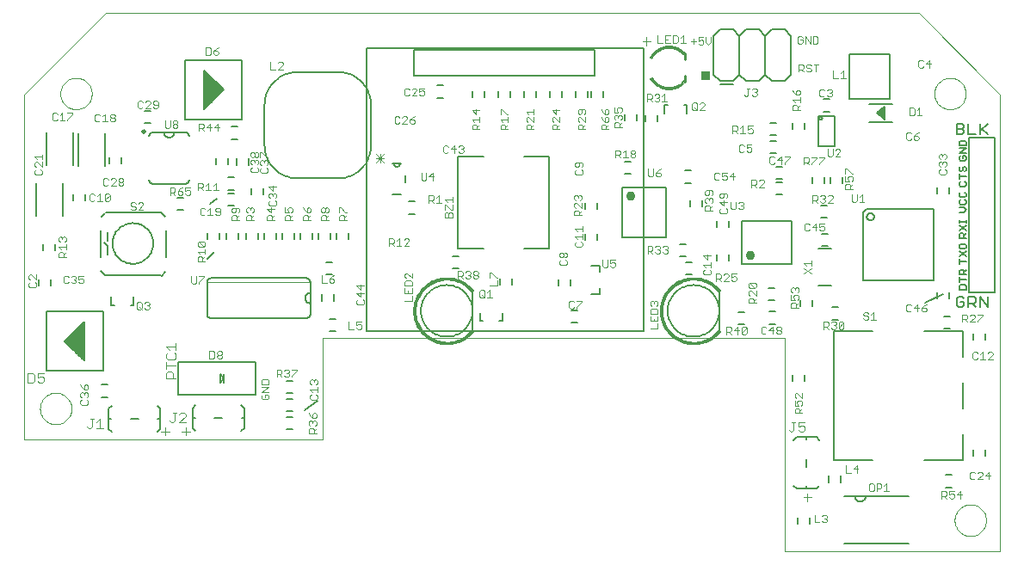
<source format=gto>
G75*
G70*
%OFA0B0*%
%FSLAX24Y24*%
%IPPOS*%
%LPD*%
%AMOC8*
5,1,8,0,0,1.08239X$1,22.5*
%
%ADD10C,0.0000*%
%ADD11C,0.0030*%
%ADD12C,0.0080*%
%ADD13R,0.0350X0.0350*%
%ADD14C,0.0040*%
%ADD15C,0.0050*%
%ADD16C,0.0060*%
%ADD17C,0.0020*%
%ADD18C,0.0010*%
%ADD19C,0.0100*%
%ADD20C,0.0362*%
D10*
X000180Y005173D02*
X011735Y005173D01*
X011735Y009110D01*
X029633Y009110D01*
X029633Y000843D01*
X037975Y000843D01*
X037975Y018559D01*
X034827Y021708D01*
X003329Y021708D01*
X000180Y018559D01*
X000180Y005173D01*
X000783Y006386D02*
X000785Y006435D01*
X000791Y006484D01*
X000801Y006532D01*
X000814Y006579D01*
X000832Y006625D01*
X000853Y006669D01*
X000877Y006712D01*
X000905Y006752D01*
X000936Y006791D01*
X000970Y006826D01*
X001007Y006859D01*
X001046Y006888D01*
X001088Y006914D01*
X001131Y006937D01*
X001177Y006956D01*
X001223Y006972D01*
X001271Y006984D01*
X001319Y006992D01*
X001368Y006996D01*
X001418Y006996D01*
X001467Y006992D01*
X001515Y006984D01*
X001563Y006972D01*
X001609Y006956D01*
X001655Y006937D01*
X001698Y006914D01*
X001740Y006888D01*
X001779Y006859D01*
X001816Y006826D01*
X001850Y006791D01*
X001881Y006752D01*
X001909Y006712D01*
X001933Y006669D01*
X001954Y006625D01*
X001972Y006579D01*
X001985Y006532D01*
X001995Y006484D01*
X002001Y006435D01*
X002003Y006386D01*
X002001Y006337D01*
X001995Y006288D01*
X001985Y006240D01*
X001972Y006193D01*
X001954Y006147D01*
X001933Y006103D01*
X001909Y006060D01*
X001881Y006020D01*
X001850Y005981D01*
X001816Y005946D01*
X001779Y005913D01*
X001740Y005884D01*
X001698Y005858D01*
X001655Y005835D01*
X001609Y005816D01*
X001563Y005800D01*
X001515Y005788D01*
X001467Y005780D01*
X001418Y005776D01*
X001368Y005776D01*
X001319Y005780D01*
X001271Y005788D01*
X001223Y005800D01*
X001177Y005816D01*
X001131Y005835D01*
X001088Y005858D01*
X001046Y005884D01*
X001007Y005913D01*
X000970Y005946D01*
X000936Y005981D01*
X000905Y006020D01*
X000877Y006060D01*
X000853Y006103D01*
X000832Y006147D01*
X000814Y006193D01*
X000801Y006240D01*
X000791Y006288D01*
X000785Y006337D01*
X000783Y006386D01*
X001570Y018591D02*
X001572Y018640D01*
X001578Y018689D01*
X001588Y018737D01*
X001601Y018784D01*
X001619Y018830D01*
X001640Y018874D01*
X001664Y018917D01*
X001692Y018957D01*
X001723Y018996D01*
X001757Y019031D01*
X001794Y019064D01*
X001833Y019093D01*
X001875Y019119D01*
X001918Y019142D01*
X001964Y019161D01*
X002010Y019177D01*
X002058Y019189D01*
X002106Y019197D01*
X002155Y019201D01*
X002205Y019201D01*
X002254Y019197D01*
X002302Y019189D01*
X002350Y019177D01*
X002396Y019161D01*
X002442Y019142D01*
X002485Y019119D01*
X002527Y019093D01*
X002566Y019064D01*
X002603Y019031D01*
X002637Y018996D01*
X002668Y018957D01*
X002696Y018917D01*
X002720Y018874D01*
X002741Y018830D01*
X002759Y018784D01*
X002772Y018737D01*
X002782Y018689D01*
X002788Y018640D01*
X002790Y018591D01*
X002788Y018542D01*
X002782Y018493D01*
X002772Y018445D01*
X002759Y018398D01*
X002741Y018352D01*
X002720Y018308D01*
X002696Y018265D01*
X002668Y018225D01*
X002637Y018186D01*
X002603Y018151D01*
X002566Y018118D01*
X002527Y018089D01*
X002485Y018063D01*
X002442Y018040D01*
X002396Y018021D01*
X002350Y018005D01*
X002302Y017993D01*
X002254Y017985D01*
X002205Y017981D01*
X002155Y017981D01*
X002106Y017985D01*
X002058Y017993D01*
X002010Y018005D01*
X001964Y018021D01*
X001918Y018040D01*
X001875Y018063D01*
X001833Y018089D01*
X001794Y018118D01*
X001757Y018151D01*
X001723Y018186D01*
X001692Y018225D01*
X001664Y018265D01*
X001640Y018308D01*
X001619Y018352D01*
X001601Y018398D01*
X001588Y018445D01*
X001578Y018493D01*
X001572Y018542D01*
X001570Y018591D01*
X035428Y018591D02*
X035430Y018640D01*
X035436Y018689D01*
X035446Y018737D01*
X035459Y018784D01*
X035477Y018830D01*
X035498Y018874D01*
X035522Y018917D01*
X035550Y018957D01*
X035581Y018996D01*
X035615Y019031D01*
X035652Y019064D01*
X035691Y019093D01*
X035733Y019119D01*
X035776Y019142D01*
X035822Y019161D01*
X035868Y019177D01*
X035916Y019189D01*
X035964Y019197D01*
X036013Y019201D01*
X036063Y019201D01*
X036112Y019197D01*
X036160Y019189D01*
X036208Y019177D01*
X036254Y019161D01*
X036300Y019142D01*
X036343Y019119D01*
X036385Y019093D01*
X036424Y019064D01*
X036461Y019031D01*
X036495Y018996D01*
X036526Y018957D01*
X036554Y018917D01*
X036578Y018874D01*
X036599Y018830D01*
X036617Y018784D01*
X036630Y018737D01*
X036640Y018689D01*
X036646Y018640D01*
X036648Y018591D01*
X036646Y018542D01*
X036640Y018493D01*
X036630Y018445D01*
X036617Y018398D01*
X036599Y018352D01*
X036578Y018308D01*
X036554Y018265D01*
X036526Y018225D01*
X036495Y018186D01*
X036461Y018151D01*
X036424Y018118D01*
X036385Y018089D01*
X036343Y018063D01*
X036300Y018040D01*
X036254Y018021D01*
X036208Y018005D01*
X036160Y017993D01*
X036112Y017985D01*
X036063Y017981D01*
X036013Y017981D01*
X035964Y017985D01*
X035916Y017993D01*
X035868Y018005D01*
X035822Y018021D01*
X035776Y018040D01*
X035733Y018063D01*
X035691Y018089D01*
X035652Y018118D01*
X035615Y018151D01*
X035581Y018186D01*
X035550Y018225D01*
X035522Y018265D01*
X035498Y018308D01*
X035477Y018352D01*
X035459Y018398D01*
X035446Y018445D01*
X035436Y018493D01*
X035430Y018542D01*
X035428Y018591D01*
X036216Y002055D02*
X036218Y002104D01*
X036224Y002153D01*
X036234Y002201D01*
X036247Y002248D01*
X036265Y002294D01*
X036286Y002338D01*
X036310Y002381D01*
X036338Y002421D01*
X036369Y002460D01*
X036403Y002495D01*
X036440Y002528D01*
X036479Y002557D01*
X036521Y002583D01*
X036564Y002606D01*
X036610Y002625D01*
X036656Y002641D01*
X036704Y002653D01*
X036752Y002661D01*
X036801Y002665D01*
X036851Y002665D01*
X036900Y002661D01*
X036948Y002653D01*
X036996Y002641D01*
X037042Y002625D01*
X037088Y002606D01*
X037131Y002583D01*
X037173Y002557D01*
X037212Y002528D01*
X037249Y002495D01*
X037283Y002460D01*
X037314Y002421D01*
X037342Y002381D01*
X037366Y002338D01*
X037387Y002294D01*
X037405Y002248D01*
X037418Y002201D01*
X037428Y002153D01*
X037434Y002104D01*
X037436Y002055D01*
X037434Y002006D01*
X037428Y001957D01*
X037418Y001909D01*
X037405Y001862D01*
X037387Y001816D01*
X037366Y001772D01*
X037342Y001729D01*
X037314Y001689D01*
X037283Y001650D01*
X037249Y001615D01*
X037212Y001582D01*
X037173Y001553D01*
X037131Y001527D01*
X037088Y001504D01*
X037042Y001485D01*
X036996Y001469D01*
X036948Y001457D01*
X036900Y001449D01*
X036851Y001445D01*
X036801Y001445D01*
X036752Y001449D01*
X036704Y001457D01*
X036656Y001469D01*
X036610Y001485D01*
X036564Y001504D01*
X036521Y001527D01*
X036479Y001553D01*
X036440Y001582D01*
X036403Y001615D01*
X036369Y001650D01*
X036338Y001689D01*
X036310Y001729D01*
X036286Y001772D01*
X036265Y001816D01*
X036247Y001862D01*
X036234Y001909D01*
X036224Y001957D01*
X036218Y002006D01*
X036216Y002055D01*
D11*
X036151Y002893D02*
X036054Y002893D01*
X036006Y002942D01*
X036006Y003039D02*
X036102Y003087D01*
X036151Y003087D01*
X036199Y003039D01*
X036199Y002942D01*
X036151Y002893D01*
X036006Y003039D02*
X036006Y003184D01*
X036199Y003184D01*
X036300Y003039D02*
X036494Y003039D01*
X036445Y003184D02*
X036300Y003039D01*
X036445Y002893D02*
X036445Y003184D01*
X035905Y003135D02*
X035905Y003039D01*
X035856Y002990D01*
X035711Y002990D01*
X035711Y002893D02*
X035711Y003184D01*
X035856Y003184D01*
X035905Y003135D01*
X035808Y002990D02*
X035905Y002893D01*
X036811Y003692D02*
X036859Y003643D01*
X036956Y003643D01*
X037005Y003692D01*
X037106Y003643D02*
X037299Y003837D01*
X037299Y003885D01*
X037251Y003934D01*
X037154Y003934D01*
X037106Y003885D01*
X037005Y003885D02*
X036956Y003934D01*
X036859Y003934D01*
X036811Y003885D01*
X036811Y003692D01*
X037106Y003643D02*
X037299Y003643D01*
X037400Y003789D02*
X037594Y003789D01*
X037545Y003934D02*
X037400Y003789D01*
X037545Y003643D02*
X037545Y003934D01*
X033677Y003188D02*
X033484Y003188D01*
X033581Y003188D02*
X033581Y003479D01*
X033484Y003382D01*
X033383Y003430D02*
X033383Y003334D01*
X033334Y003285D01*
X033189Y003285D01*
X033189Y003188D02*
X033189Y003479D01*
X033334Y003479D01*
X033383Y003430D01*
X033088Y003430D02*
X033088Y003237D01*
X033040Y003188D01*
X032943Y003188D01*
X032894Y003237D01*
X032894Y003430D01*
X032943Y003479D01*
X033040Y003479D01*
X033088Y003430D01*
X032435Y003893D02*
X032435Y004184D01*
X032290Y004039D01*
X032483Y004039D01*
X032188Y003893D02*
X031995Y003893D01*
X031995Y004184D01*
X030410Y005550D02*
X030348Y005488D01*
X030225Y005488D01*
X030163Y005550D01*
X030163Y005674D02*
X030287Y005735D01*
X030348Y005735D01*
X030410Y005674D01*
X030410Y005550D01*
X030163Y005674D02*
X030163Y005859D01*
X030410Y005859D01*
X030042Y005859D02*
X029918Y005859D01*
X029980Y005859D02*
X029980Y005550D01*
X029918Y005488D01*
X029857Y005488D01*
X029795Y005550D01*
X030020Y006205D02*
X030020Y006350D01*
X030068Y006398D01*
X030165Y006398D01*
X030213Y006350D01*
X030213Y006205D01*
X030213Y006301D02*
X030310Y006398D01*
X030262Y006499D02*
X030310Y006548D01*
X030310Y006644D01*
X030262Y006693D01*
X030165Y006693D01*
X030117Y006644D01*
X030117Y006596D01*
X030165Y006499D01*
X030020Y006499D01*
X030020Y006693D01*
X030068Y006794D02*
X030020Y006842D01*
X030020Y006939D01*
X030068Y006987D01*
X030117Y006987D01*
X030310Y006794D01*
X030310Y006987D01*
X030310Y006205D02*
X030020Y006205D01*
X029455Y009273D02*
X029359Y009273D01*
X029310Y009322D01*
X029310Y009370D01*
X029359Y009419D01*
X029455Y009419D01*
X029504Y009370D01*
X029504Y009322D01*
X029455Y009273D01*
X029455Y009419D02*
X029504Y009467D01*
X029504Y009515D01*
X029455Y009564D01*
X029359Y009564D01*
X029310Y009515D01*
X029310Y009467D01*
X029359Y009419D01*
X029209Y009419D02*
X029016Y009419D01*
X029161Y009564D01*
X029161Y009273D01*
X028915Y009322D02*
X028866Y009273D01*
X028769Y009273D01*
X028721Y009322D01*
X028721Y009515D01*
X028769Y009564D01*
X028866Y009564D01*
X028915Y009515D01*
X028154Y009505D02*
X027960Y009312D01*
X028009Y009263D01*
X028105Y009263D01*
X028154Y009312D01*
X028154Y009505D01*
X028105Y009554D01*
X028009Y009554D01*
X027960Y009505D01*
X027960Y009312D01*
X027859Y009409D02*
X027666Y009409D01*
X027811Y009554D01*
X027811Y009263D01*
X027565Y009263D02*
X027468Y009360D01*
X027516Y009360D02*
X027371Y009360D01*
X027371Y009263D02*
X027371Y009554D01*
X027516Y009554D01*
X027565Y009505D01*
X027565Y009409D01*
X027516Y009360D01*
X028230Y010475D02*
X028230Y010620D01*
X028278Y010668D01*
X028375Y010668D01*
X028423Y010620D01*
X028423Y010475D01*
X028423Y010571D02*
X028520Y010668D01*
X028520Y010769D02*
X028327Y010963D01*
X028278Y010963D01*
X028230Y010914D01*
X028230Y010818D01*
X028278Y010769D01*
X028520Y010769D02*
X028520Y010963D01*
X028472Y011064D02*
X028278Y011257D01*
X028472Y011257D01*
X028520Y011209D01*
X028520Y011112D01*
X028472Y011064D01*
X028278Y011064D01*
X028230Y011112D01*
X028230Y011209D01*
X028278Y011257D01*
X027754Y011372D02*
X027705Y011323D01*
X027609Y011323D01*
X027560Y011372D01*
X027560Y011469D02*
X027657Y011517D01*
X027705Y011517D01*
X027754Y011469D01*
X027754Y011372D01*
X027560Y011469D02*
X027560Y011614D01*
X027754Y011614D01*
X027459Y011565D02*
X027411Y011614D01*
X027314Y011614D01*
X027266Y011565D01*
X027165Y011565D02*
X027165Y011469D01*
X027116Y011420D01*
X026971Y011420D01*
X026971Y011323D02*
X026971Y011614D01*
X027116Y011614D01*
X027165Y011565D01*
X027068Y011420D02*
X027165Y011323D01*
X027266Y011323D02*
X027459Y011517D01*
X027459Y011565D01*
X027459Y011323D02*
X027266Y011323D01*
X026770Y011622D02*
X026770Y011719D01*
X026722Y011767D01*
X026770Y011868D02*
X026770Y012062D01*
X026770Y011965D02*
X026480Y011965D01*
X026577Y011868D01*
X026528Y011767D02*
X026480Y011719D01*
X026480Y011622D01*
X026528Y011573D01*
X026722Y011573D01*
X026770Y011622D01*
X026625Y012163D02*
X026625Y012356D01*
X026770Y012308D02*
X026480Y012308D01*
X026625Y012163D01*
X025104Y012447D02*
X025055Y012398D01*
X024959Y012398D01*
X024910Y012447D01*
X024809Y012447D02*
X024809Y012495D01*
X024761Y012544D01*
X024712Y012544D01*
X024761Y012544D02*
X024809Y012592D01*
X024809Y012640D01*
X024761Y012689D01*
X024664Y012689D01*
X024616Y012640D01*
X024515Y012640D02*
X024515Y012544D01*
X024466Y012495D01*
X024321Y012495D01*
X024321Y012398D02*
X024321Y012689D01*
X024466Y012689D01*
X024515Y012640D01*
X024418Y012495D02*
X024515Y012398D01*
X024616Y012447D02*
X024664Y012398D01*
X024761Y012398D01*
X024809Y012447D01*
X024910Y012640D02*
X024959Y012689D01*
X025055Y012689D01*
X025104Y012640D01*
X025104Y012592D01*
X025055Y012544D01*
X025104Y012495D01*
X025104Y012447D01*
X025055Y012544D02*
X025007Y012544D01*
X023067Y012159D02*
X022873Y012159D01*
X022873Y012014D01*
X022970Y012062D01*
X023018Y012062D01*
X023067Y012014D01*
X023067Y011917D01*
X023018Y011869D01*
X022921Y011869D01*
X022873Y011917D01*
X022772Y011917D02*
X022772Y012159D01*
X022578Y012159D02*
X022578Y011917D01*
X022627Y011869D01*
X022724Y011869D01*
X022772Y011917D01*
X021795Y012707D02*
X021747Y012658D01*
X021553Y012658D01*
X021505Y012707D01*
X021505Y012804D01*
X021553Y012852D01*
X021602Y012953D02*
X021505Y013050D01*
X021795Y013050D01*
X021795Y012953D02*
X021795Y013147D01*
X021795Y013248D02*
X021795Y013441D01*
X021795Y013345D02*
X021505Y013345D01*
X021602Y013248D01*
X021747Y012852D02*
X021795Y012804D01*
X021795Y012707D01*
X021200Y012387D02*
X021200Y012290D01*
X021151Y012242D01*
X021103Y012242D01*
X021054Y012290D01*
X021054Y012387D01*
X021103Y012435D01*
X021151Y012435D01*
X021200Y012387D01*
X021054Y012387D02*
X021006Y012435D01*
X020958Y012435D01*
X020909Y012387D01*
X020909Y012290D01*
X020958Y012242D01*
X021006Y012242D01*
X021054Y012290D01*
X020958Y012141D02*
X020909Y012092D01*
X020909Y011996D01*
X020958Y011947D01*
X021151Y011947D01*
X021200Y011996D01*
X021200Y012092D01*
X021151Y012141D01*
X021323Y010562D02*
X021275Y010513D01*
X021275Y010320D01*
X021323Y010271D01*
X021420Y010271D01*
X021468Y010320D01*
X021569Y010320D02*
X021569Y010271D01*
X021569Y010320D02*
X021763Y010513D01*
X021763Y010562D01*
X021569Y010562D01*
X021468Y010513D02*
X021420Y010562D01*
X021323Y010562D01*
X018500Y011159D02*
X018500Y011353D01*
X018500Y011454D02*
X018452Y011454D01*
X018258Y011647D01*
X018210Y011647D01*
X018210Y011454D01*
X017754Y011472D02*
X017705Y011423D01*
X017609Y011423D01*
X017560Y011472D01*
X017560Y011520D01*
X017609Y011569D01*
X017705Y011569D01*
X017754Y011520D01*
X017754Y011472D01*
X017705Y011569D02*
X017754Y011617D01*
X017754Y011665D01*
X017705Y011714D01*
X017609Y011714D01*
X017560Y011665D01*
X017560Y011617D01*
X017609Y011569D01*
X017459Y011617D02*
X017411Y011569D01*
X017459Y011520D01*
X017459Y011472D01*
X017411Y011423D01*
X017314Y011423D01*
X017266Y011472D01*
X017165Y011423D02*
X017068Y011520D01*
X017116Y011520D02*
X016971Y011520D01*
X016971Y011423D02*
X016971Y011714D01*
X017116Y011714D01*
X017165Y011665D01*
X017165Y011569D01*
X017116Y011520D01*
X017266Y011665D02*
X017314Y011714D01*
X017411Y011714D01*
X017459Y011665D01*
X017459Y011617D01*
X017411Y011569D02*
X017362Y011569D01*
X017857Y010979D02*
X017954Y010979D01*
X018002Y010931D01*
X018002Y010737D01*
X017954Y010689D01*
X017857Y010689D01*
X017809Y010737D01*
X017809Y010931D01*
X017857Y010979D01*
X017906Y010786D02*
X018002Y010689D01*
X018103Y010689D02*
X018297Y010689D01*
X018200Y010689D02*
X018200Y010979D01*
X018103Y010883D01*
X018210Y011159D02*
X018500Y011159D01*
X015195Y011148D02*
X015195Y011293D01*
X015147Y011341D01*
X014953Y011341D01*
X014905Y011293D01*
X014905Y011148D01*
X015195Y011148D01*
X015195Y011047D02*
X015195Y010853D01*
X014905Y010853D01*
X014905Y011047D01*
X015050Y010950D02*
X015050Y010853D01*
X015195Y010752D02*
X015195Y010558D01*
X014905Y010558D01*
X014953Y011442D02*
X014905Y011491D01*
X014905Y011588D01*
X014953Y011636D01*
X015002Y011636D01*
X015195Y011442D01*
X015195Y011636D01*
X015079Y012688D02*
X014885Y012688D01*
X015079Y012882D01*
X015079Y012930D01*
X015030Y012979D01*
X014934Y012979D01*
X014885Y012930D01*
X014687Y012979D02*
X014687Y012688D01*
X014591Y012688D02*
X014784Y012688D01*
X014591Y012882D02*
X014687Y012979D01*
X014490Y012930D02*
X014490Y012834D01*
X014441Y012785D01*
X014296Y012785D01*
X014296Y012688D02*
X014296Y012979D01*
X014441Y012979D01*
X014490Y012930D01*
X014393Y012785D02*
X014490Y012688D01*
X012665Y013683D02*
X012375Y013683D01*
X012375Y013829D01*
X012423Y013877D01*
X012520Y013877D01*
X012568Y013829D01*
X012568Y013683D01*
X012568Y013780D02*
X012665Y013877D01*
X012665Y013978D02*
X012617Y013978D01*
X012423Y014172D01*
X012375Y014172D01*
X012375Y013978D01*
X011965Y014026D02*
X011917Y013978D01*
X011868Y013978D01*
X011820Y014026D01*
X011820Y014123D01*
X011868Y014172D01*
X011917Y014172D01*
X011965Y014123D01*
X011965Y014026D01*
X011820Y014026D02*
X011772Y013978D01*
X011723Y013978D01*
X011675Y014026D01*
X011675Y014123D01*
X011723Y014172D01*
X011772Y014172D01*
X011820Y014123D01*
X011820Y013877D02*
X011868Y013829D01*
X011868Y013683D01*
X011965Y013683D02*
X011675Y013683D01*
X011675Y013829D01*
X011723Y013877D01*
X011820Y013877D01*
X011868Y013780D02*
X011965Y013877D01*
X011265Y013877D02*
X011168Y013780D01*
X011168Y013829D02*
X011168Y013683D01*
X011265Y013683D02*
X010975Y013683D01*
X010975Y013829D01*
X011023Y013877D01*
X011120Y013877D01*
X011168Y013829D01*
X011120Y013978D02*
X011120Y014123D01*
X011168Y014172D01*
X011217Y014172D01*
X011265Y014123D01*
X011265Y014026D01*
X011217Y013978D01*
X011120Y013978D01*
X011023Y014075D01*
X010975Y014172D01*
X010565Y014123D02*
X010565Y014026D01*
X010517Y013978D01*
X010420Y013978D02*
X010372Y014075D01*
X010372Y014123D01*
X010420Y014172D01*
X010517Y014172D01*
X010565Y014123D01*
X010420Y013978D02*
X010275Y013978D01*
X010275Y014172D01*
X010323Y013877D02*
X010275Y013829D01*
X010275Y013683D01*
X010565Y013683D01*
X010468Y013683D02*
X010468Y013829D01*
X010420Y013877D01*
X010323Y013877D01*
X010468Y013780D02*
X010565Y013877D01*
X009865Y013877D02*
X009768Y013780D01*
X009768Y013829D02*
X009768Y013683D01*
X009865Y013683D02*
X009575Y013683D01*
X009575Y013829D01*
X009623Y013877D01*
X009720Y013877D01*
X009768Y013829D01*
X009720Y013978D02*
X009720Y014172D01*
X009698Y014245D02*
X009892Y014245D01*
X009940Y014293D01*
X009940Y014390D01*
X009892Y014438D01*
X009892Y014539D02*
X009940Y014588D01*
X009940Y014684D01*
X009892Y014733D01*
X009843Y014733D01*
X009795Y014684D01*
X009795Y014636D01*
X009795Y014684D02*
X009747Y014733D01*
X009698Y014733D01*
X009650Y014684D01*
X009650Y014588D01*
X009698Y014539D01*
X009698Y014438D02*
X009650Y014390D01*
X009650Y014293D01*
X009698Y014245D01*
X009575Y014123D02*
X009720Y013978D01*
X009865Y014123D02*
X009575Y014123D01*
X009065Y014123D02*
X009065Y014026D01*
X009017Y013978D01*
X009065Y013877D02*
X008968Y013780D01*
X008968Y013829D02*
X008968Y013683D01*
X009065Y013683D02*
X008775Y013683D01*
X008775Y013829D01*
X008823Y013877D01*
X008920Y013877D01*
X008968Y013829D01*
X008823Y013978D02*
X008775Y014026D01*
X008775Y014123D01*
X008823Y014172D01*
X008872Y014172D01*
X008920Y014123D01*
X008968Y014172D01*
X009017Y014172D01*
X009065Y014123D01*
X008920Y014123D02*
X008920Y014075D01*
X008505Y014118D02*
X008457Y014167D01*
X008263Y014167D01*
X008215Y014118D01*
X008215Y014021D01*
X008263Y013973D01*
X008312Y013973D01*
X008360Y014021D01*
X008360Y014167D01*
X008505Y014118D02*
X008505Y014021D01*
X008457Y013973D01*
X008505Y013872D02*
X008408Y013775D01*
X008408Y013824D02*
X008408Y013678D01*
X008505Y013678D02*
X008215Y013678D01*
X008215Y013824D01*
X008263Y013872D01*
X008360Y013872D01*
X008408Y013824D01*
X007768Y013923D02*
X007768Y014116D01*
X007720Y014164D01*
X007623Y014164D01*
X007575Y014116D01*
X007575Y014068D01*
X007623Y014019D01*
X007768Y014019D01*
X007768Y013923D02*
X007720Y013874D01*
X007623Y013874D01*
X007575Y013923D01*
X007474Y013874D02*
X007280Y013874D01*
X007377Y013874D02*
X007377Y014164D01*
X007280Y014068D01*
X007179Y014116D02*
X007131Y014164D01*
X007034Y014164D01*
X006986Y014116D01*
X006986Y013923D01*
X007034Y013874D01*
X007131Y013874D01*
X007179Y013923D01*
X006559Y014668D02*
X006463Y014668D01*
X006414Y014717D01*
X006414Y014814D02*
X006511Y014862D01*
X006559Y014862D01*
X006608Y014814D01*
X006608Y014717D01*
X006559Y014668D01*
X006414Y014814D02*
X006414Y014959D01*
X006608Y014959D01*
X006313Y014959D02*
X006216Y014910D01*
X006120Y014814D01*
X006265Y014814D01*
X006313Y014765D01*
X006313Y014717D01*
X006265Y014668D01*
X006168Y014668D01*
X006120Y014717D01*
X006120Y014814D01*
X006018Y014814D02*
X006018Y014910D01*
X005970Y014959D01*
X005825Y014959D01*
X005825Y014668D01*
X005825Y014765D02*
X005970Y014765D01*
X006018Y014814D01*
X005922Y014765D02*
X006018Y014668D01*
X006905Y014843D02*
X006905Y015134D01*
X007050Y015134D01*
X007098Y015085D01*
X007098Y014989D01*
X007050Y014940D01*
X006905Y014940D01*
X007002Y014940D02*
X007098Y014843D01*
X007200Y014843D02*
X007393Y014843D01*
X007296Y014843D02*
X007296Y015134D01*
X007200Y015037D01*
X007494Y015037D02*
X007591Y015134D01*
X007591Y014843D01*
X007494Y014843D02*
X007688Y014843D01*
X008945Y015592D02*
X008993Y015543D01*
X009187Y015543D01*
X009235Y015592D01*
X009235Y015689D01*
X009187Y015737D01*
X009187Y015838D02*
X009235Y015886D01*
X009235Y015983D01*
X009187Y016032D01*
X009138Y016032D01*
X009090Y015983D01*
X009090Y015935D01*
X009090Y015983D02*
X009042Y016032D01*
X008993Y016032D01*
X008945Y015983D01*
X008945Y015886D01*
X008993Y015838D01*
X008993Y015737D02*
X008945Y015689D01*
X008945Y015592D01*
X009315Y015573D02*
X009363Y015525D01*
X009557Y015525D01*
X009605Y015573D01*
X009605Y015670D01*
X009557Y015718D01*
X009557Y015819D02*
X009605Y015868D01*
X009605Y015964D01*
X009557Y016013D01*
X009508Y016013D01*
X009460Y015964D01*
X009460Y015916D01*
X009460Y015964D02*
X009412Y016013D01*
X009363Y016013D01*
X009315Y015964D01*
X009315Y015868D01*
X009363Y015819D01*
X009363Y015718D02*
X009315Y015670D01*
X009315Y015573D01*
X009315Y016114D02*
X009315Y016307D01*
X009363Y016307D01*
X009557Y016114D01*
X009605Y016114D01*
X009235Y016181D02*
X009235Y016278D01*
X009187Y016326D01*
X009138Y016326D01*
X009090Y016278D01*
X009090Y016181D01*
X009042Y016133D01*
X008993Y016133D01*
X008945Y016181D01*
X008945Y016278D01*
X008993Y016326D01*
X009042Y016326D01*
X009090Y016278D01*
X009090Y016181D02*
X009138Y016133D01*
X009187Y016133D01*
X009235Y016181D01*
X009650Y014979D02*
X009795Y014834D01*
X009795Y015027D01*
X009940Y014979D02*
X009650Y014979D01*
X007670Y017143D02*
X007670Y017434D01*
X007525Y017289D01*
X007719Y017289D01*
X007424Y017289D02*
X007231Y017289D01*
X007376Y017434D01*
X007376Y017143D01*
X007130Y017143D02*
X007033Y017240D01*
X007081Y017240D02*
X006936Y017240D01*
X006936Y017143D02*
X006936Y017434D01*
X007081Y017434D01*
X007130Y017385D01*
X007130Y017289D01*
X007081Y017240D01*
X006118Y017312D02*
X006070Y017263D01*
X005973Y017263D01*
X005925Y017312D01*
X005925Y017360D01*
X005973Y017409D01*
X006070Y017409D01*
X006118Y017360D01*
X006118Y017312D01*
X006070Y017409D02*
X006118Y017457D01*
X006118Y017505D01*
X006070Y017554D01*
X005973Y017554D01*
X005925Y017505D01*
X005925Y017457D01*
X005973Y017409D01*
X005823Y017312D02*
X005823Y017554D01*
X005630Y017554D02*
X005630Y017312D01*
X005678Y017263D01*
X005775Y017263D01*
X005823Y017312D01*
X005305Y018024D02*
X005354Y018072D01*
X005354Y018266D01*
X005305Y018314D01*
X005209Y018314D01*
X005160Y018266D01*
X005160Y018217D01*
X005209Y018169D01*
X005354Y018169D01*
X005305Y018024D02*
X005209Y018024D01*
X005160Y018072D01*
X005059Y018024D02*
X004866Y018024D01*
X005059Y018217D01*
X005059Y018266D01*
X005011Y018314D01*
X004914Y018314D01*
X004866Y018266D01*
X004765Y018266D02*
X004716Y018314D01*
X004619Y018314D01*
X004571Y018266D01*
X004571Y018072D01*
X004619Y018024D01*
X004716Y018024D01*
X004765Y018072D01*
X003694Y017753D02*
X003694Y017705D01*
X003645Y017657D01*
X003549Y017657D01*
X003500Y017705D01*
X003500Y017753D01*
X003549Y017802D01*
X003645Y017802D01*
X003694Y017753D01*
X003645Y017657D02*
X003694Y017608D01*
X003694Y017560D01*
X003645Y017512D01*
X003549Y017512D01*
X003500Y017560D01*
X003500Y017608D01*
X003549Y017657D01*
X003399Y017512D02*
X003206Y017512D01*
X003302Y017512D02*
X003302Y017802D01*
X003206Y017705D01*
X003105Y017753D02*
X003056Y017802D01*
X002959Y017802D01*
X002911Y017753D01*
X002911Y017560D01*
X002959Y017512D01*
X003056Y017512D01*
X003105Y017560D01*
X002043Y017797D02*
X001849Y017604D01*
X001849Y017555D01*
X001748Y017555D02*
X001555Y017555D01*
X001651Y017555D02*
X001651Y017846D01*
X001555Y017749D01*
X001454Y017797D02*
X001405Y017846D01*
X001308Y017846D01*
X001260Y017797D01*
X001260Y017604D01*
X001308Y017555D01*
X001405Y017555D01*
X001454Y017604D01*
X001849Y017846D02*
X002043Y017846D01*
X002043Y017797D01*
X000863Y016236D02*
X000863Y016043D01*
X000863Y016140D02*
X000573Y016140D01*
X000670Y016043D01*
X000670Y015942D02*
X000621Y015942D01*
X000573Y015893D01*
X000573Y015797D01*
X000621Y015748D01*
X000621Y015647D02*
X000573Y015599D01*
X000573Y015502D01*
X000621Y015453D01*
X000815Y015453D01*
X000863Y015502D01*
X000863Y015599D01*
X000815Y015647D01*
X000863Y015748D02*
X000670Y015942D01*
X000863Y015942D02*
X000863Y015748D01*
X002706Y014665D02*
X002706Y014472D01*
X002754Y014423D01*
X002851Y014423D01*
X002900Y014472D01*
X003001Y014423D02*
X003194Y014423D01*
X003097Y014423D02*
X003097Y014714D01*
X003001Y014617D01*
X002900Y014665D02*
X002851Y014714D01*
X002754Y014714D01*
X002706Y014665D01*
X003295Y014665D02*
X003344Y014714D01*
X003440Y014714D01*
X003489Y014665D01*
X003295Y014472D01*
X003344Y014423D01*
X003440Y014423D01*
X003489Y014472D01*
X003489Y014665D01*
X003295Y014665D02*
X003295Y014472D01*
X003279Y015024D02*
X003375Y015024D01*
X003424Y015072D01*
X003525Y015024D02*
X003719Y015217D01*
X003719Y015266D01*
X003670Y015314D01*
X003573Y015314D01*
X003525Y015266D01*
X003424Y015266D02*
X003375Y015314D01*
X003279Y015314D01*
X003230Y015266D01*
X003230Y015072D01*
X003279Y015024D01*
X003525Y015024D02*
X003719Y015024D01*
X003820Y015072D02*
X003820Y015120D01*
X003868Y015169D01*
X003965Y015169D01*
X004013Y015120D01*
X004013Y015072D01*
X003965Y015024D01*
X003868Y015024D01*
X003820Y015072D01*
X003868Y015169D02*
X003820Y015217D01*
X003820Y015266D01*
X003868Y015314D01*
X003965Y015314D01*
X004013Y015266D01*
X004013Y015217D01*
X003965Y015169D01*
X004343Y014379D02*
X004295Y014330D01*
X004295Y014282D01*
X004343Y014234D01*
X004440Y014234D01*
X004488Y014185D01*
X004488Y014137D01*
X004440Y014088D01*
X004343Y014088D01*
X004295Y014137D01*
X004343Y014379D02*
X004440Y014379D01*
X004488Y014330D01*
X004590Y014330D02*
X004638Y014379D01*
X004735Y014379D01*
X004783Y014330D01*
X004783Y014282D01*
X004590Y014088D01*
X004783Y014088D01*
X006885Y012813D02*
X006933Y012861D01*
X007127Y012668D01*
X007175Y012716D01*
X007175Y012813D01*
X007127Y012861D01*
X006933Y012861D01*
X006885Y012813D02*
X006885Y012716D01*
X006933Y012668D01*
X007127Y012668D01*
X007175Y012567D02*
X007175Y012373D01*
X007175Y012470D02*
X006885Y012470D01*
X006982Y012373D01*
X007030Y012272D02*
X007078Y012224D01*
X007078Y012078D01*
X007175Y012078D02*
X006885Y012078D01*
X006885Y012224D01*
X006933Y012272D01*
X007030Y012272D01*
X007078Y012175D02*
X007175Y012272D01*
X007128Y011524D02*
X007128Y011475D01*
X006935Y011282D01*
X006935Y011233D01*
X006833Y011282D02*
X006833Y011524D01*
X006935Y011524D02*
X007128Y011524D01*
X006833Y011282D02*
X006785Y011233D01*
X006688Y011233D01*
X006640Y011282D01*
X006640Y011524D01*
X005020Y010470D02*
X004972Y010518D01*
X004875Y010518D01*
X004827Y010470D01*
X004725Y010470D02*
X004725Y010276D01*
X004677Y010228D01*
X004580Y010228D01*
X004532Y010276D01*
X004532Y010470D01*
X004580Y010518D01*
X004677Y010518D01*
X004725Y010470D01*
X004629Y010325D02*
X004725Y010228D01*
X004827Y010276D02*
X004875Y010228D01*
X004972Y010228D01*
X005020Y010276D01*
X005020Y010325D01*
X004972Y010373D01*
X004923Y010373D01*
X004972Y010373D02*
X005020Y010421D01*
X005020Y010470D01*
X005677Y008791D02*
X006048Y008791D01*
X006048Y008668D02*
X006048Y008914D01*
X005801Y008668D02*
X005677Y008791D01*
X005739Y008546D02*
X005677Y008484D01*
X005677Y008361D01*
X005739Y008299D01*
X005986Y008299D01*
X006048Y008361D01*
X006048Y008484D01*
X005986Y008546D01*
X005677Y008178D02*
X005677Y007931D01*
X005677Y008054D02*
X006048Y008054D01*
X005863Y007809D02*
X005924Y007748D01*
X005924Y007563D01*
X006048Y007563D02*
X005677Y007563D01*
X005677Y007748D01*
X005739Y007809D01*
X005863Y007809D01*
X007345Y008323D02*
X007345Y008614D01*
X007490Y008614D01*
X007538Y008565D01*
X007538Y008372D01*
X007490Y008323D01*
X007345Y008323D01*
X007640Y008372D02*
X007640Y008420D01*
X007688Y008469D01*
X007785Y008469D01*
X007833Y008420D01*
X007833Y008372D01*
X007785Y008323D01*
X007688Y008323D01*
X007640Y008372D01*
X007688Y008469D02*
X007640Y008517D01*
X007640Y008565D01*
X007688Y008614D01*
X007785Y008614D01*
X007833Y008565D01*
X007833Y008517D01*
X007785Y008469D01*
X009355Y007473D02*
X009355Y007328D01*
X009645Y007328D01*
X009645Y007473D01*
X009597Y007521D01*
X009403Y007521D01*
X009355Y007473D01*
X009355Y007227D02*
X009645Y007227D01*
X009355Y007033D01*
X009645Y007033D01*
X009597Y006932D02*
X009500Y006932D01*
X009500Y006835D01*
X009403Y006738D02*
X009597Y006738D01*
X009645Y006787D01*
X009645Y006884D01*
X009597Y006932D01*
X009403Y006932D02*
X009355Y006884D01*
X009355Y006787D01*
X009403Y006738D01*
X009955Y007613D02*
X009955Y007904D01*
X010100Y007904D01*
X010148Y007855D01*
X010148Y007759D01*
X010100Y007710D01*
X009955Y007710D01*
X010052Y007710D02*
X010148Y007613D01*
X010250Y007662D02*
X010298Y007613D01*
X010395Y007613D01*
X010443Y007662D01*
X010443Y007710D01*
X010395Y007759D01*
X010346Y007759D01*
X010395Y007759D02*
X010443Y007807D01*
X010443Y007855D01*
X010395Y007904D01*
X010298Y007904D01*
X010250Y007855D01*
X010544Y007904D02*
X010738Y007904D01*
X010738Y007855D01*
X010544Y007662D01*
X010544Y007613D01*
X011240Y007463D02*
X011240Y007366D01*
X011288Y007318D01*
X011385Y007415D02*
X011385Y007463D01*
X011433Y007511D01*
X011482Y007511D01*
X011530Y007463D01*
X011530Y007366D01*
X011482Y007318D01*
X011530Y007217D02*
X011530Y007023D01*
X011530Y007120D02*
X011240Y007120D01*
X011337Y007023D01*
X011288Y006922D02*
X011240Y006874D01*
X011240Y006777D01*
X011288Y006728D01*
X011482Y006728D01*
X011530Y006777D01*
X011530Y006874D01*
X011482Y006922D01*
X011385Y007463D02*
X011337Y007511D01*
X011288Y007511D01*
X011240Y007463D01*
X011200Y006211D02*
X011248Y006115D01*
X011345Y006018D01*
X011345Y006163D01*
X011393Y006211D01*
X011442Y006211D01*
X011490Y006163D01*
X011490Y006066D01*
X011442Y006018D01*
X011345Y006018D01*
X011393Y005917D02*
X011442Y005917D01*
X011490Y005868D01*
X011490Y005771D01*
X011442Y005723D01*
X011490Y005622D02*
X011393Y005525D01*
X011393Y005574D02*
X011393Y005428D01*
X011490Y005428D02*
X011200Y005428D01*
X011200Y005574D01*
X011248Y005622D01*
X011345Y005622D01*
X011393Y005574D01*
X011248Y005723D02*
X011200Y005771D01*
X011200Y005868D01*
X011248Y005917D01*
X011297Y005917D01*
X011345Y005868D01*
X011393Y005917D01*
X011345Y005868D02*
X011345Y005820D01*
X006425Y005848D02*
X006178Y005848D01*
X006425Y006095D01*
X006425Y006157D01*
X006363Y006219D01*
X006240Y006219D01*
X006178Y006157D01*
X006057Y006219D02*
X005933Y006219D01*
X005995Y006219D02*
X005995Y005910D01*
X005933Y005848D01*
X005872Y005848D01*
X005810Y005910D01*
X003230Y005623D02*
X002983Y005623D01*
X003107Y005623D02*
X003107Y005994D01*
X002983Y005870D01*
X002862Y005994D02*
X002738Y005994D01*
X002800Y005994D02*
X002800Y005685D01*
X002738Y005623D01*
X002677Y005623D01*
X002615Y005685D01*
X002592Y006528D02*
X002640Y006577D01*
X002640Y006674D01*
X002592Y006722D01*
X002592Y006823D02*
X002640Y006871D01*
X002640Y006968D01*
X002592Y007017D01*
X002543Y007017D01*
X002495Y006968D01*
X002495Y006920D01*
X002495Y006968D02*
X002447Y007017D01*
X002398Y007017D01*
X002350Y006968D01*
X002350Y006871D01*
X002398Y006823D01*
X002398Y006722D02*
X002350Y006674D01*
X002350Y006577D01*
X002398Y006528D01*
X002592Y006528D01*
X002592Y007118D02*
X002640Y007166D01*
X002640Y007263D01*
X002592Y007311D01*
X002543Y007311D01*
X002495Y007263D01*
X002495Y007118D01*
X002592Y007118D01*
X002495Y007118D02*
X002398Y007215D01*
X002350Y007311D01*
X000592Y011088D02*
X000640Y011137D01*
X000640Y011234D01*
X000592Y011282D01*
X000640Y011383D02*
X000447Y011577D01*
X000398Y011577D01*
X000350Y011528D01*
X000350Y011431D01*
X000398Y011383D01*
X000398Y011282D02*
X000350Y011234D01*
X000350Y011137D01*
X000398Y011088D01*
X000592Y011088D01*
X000640Y011383D02*
X000640Y011577D01*
X001695Y011480D02*
X001695Y011287D01*
X001743Y011238D01*
X001840Y011238D01*
X001888Y011287D01*
X001990Y011287D02*
X002038Y011238D01*
X002135Y011238D01*
X002183Y011287D01*
X002183Y011335D01*
X002135Y011384D01*
X002086Y011384D01*
X002135Y011384D02*
X002183Y011432D01*
X002183Y011480D01*
X002135Y011529D01*
X002038Y011529D01*
X001990Y011480D01*
X001888Y011480D02*
X001840Y011529D01*
X001743Y011529D01*
X001695Y011480D01*
X002284Y011529D02*
X002284Y011384D01*
X002381Y011432D01*
X002429Y011432D01*
X002478Y011384D01*
X002478Y011287D01*
X002429Y011238D01*
X002333Y011238D01*
X002284Y011287D01*
X002284Y011529D02*
X002478Y011529D01*
X001795Y012258D02*
X001505Y012258D01*
X001505Y012404D01*
X001553Y012452D01*
X001650Y012452D01*
X001698Y012404D01*
X001698Y012258D01*
X001698Y012355D02*
X001795Y012452D01*
X001795Y012553D02*
X001795Y012747D01*
X001795Y012650D02*
X001505Y012650D01*
X001602Y012553D01*
X001553Y012848D02*
X001505Y012896D01*
X001505Y012993D01*
X001553Y013041D01*
X001602Y013041D01*
X001650Y012993D01*
X001698Y013041D01*
X001747Y013041D01*
X001795Y012993D01*
X001795Y012896D01*
X001747Y012848D01*
X001650Y012945D02*
X001650Y012993D01*
X011695Y011554D02*
X011695Y011263D01*
X011888Y011263D01*
X011990Y011312D02*
X012038Y011263D01*
X012135Y011263D01*
X012183Y011312D01*
X012183Y011360D01*
X012135Y011409D01*
X011990Y011409D01*
X011990Y011312D01*
X011990Y011409D02*
X012086Y011505D01*
X012183Y011554D01*
X013050Y011148D02*
X013195Y011003D01*
X013195Y011196D01*
X013340Y011148D02*
X013050Y011148D01*
X013195Y010902D02*
X013195Y010708D01*
X013050Y010853D01*
X013340Y010853D01*
X013292Y010607D02*
X013340Y010559D01*
X013340Y010462D01*
X013292Y010413D01*
X013098Y010413D01*
X013050Y010462D01*
X013050Y010559D01*
X013098Y010607D01*
X013040Y009754D02*
X013040Y009609D01*
X013136Y009657D01*
X013185Y009657D01*
X013233Y009609D01*
X013233Y009512D01*
X013185Y009463D01*
X013088Y009463D01*
X013040Y009512D01*
X012938Y009463D02*
X012745Y009463D01*
X012745Y009754D01*
X013040Y009754D02*
X013233Y009754D01*
X016466Y013798D02*
X016466Y013943D01*
X016515Y013991D01*
X016563Y013991D01*
X016611Y013943D01*
X016611Y013798D01*
X016756Y013798D02*
X016466Y013798D01*
X016611Y013943D02*
X016660Y013991D01*
X016708Y013991D01*
X016756Y013943D01*
X016756Y013798D01*
X016756Y014093D02*
X016756Y014286D01*
X016756Y014387D02*
X016756Y014581D01*
X016756Y014484D02*
X016466Y014484D01*
X016563Y014387D01*
X016515Y014286D02*
X016708Y014093D01*
X016756Y014093D01*
X016466Y014093D02*
X016466Y014286D01*
X016515Y014286D01*
X016333Y014363D02*
X016140Y014363D01*
X016236Y014363D02*
X016236Y014654D01*
X016140Y014557D01*
X016038Y014605D02*
X016038Y014509D01*
X015990Y014460D01*
X015845Y014460D01*
X015845Y014363D02*
X015845Y014654D01*
X015990Y014654D01*
X016038Y014605D01*
X015942Y014460D02*
X016038Y014363D01*
X015995Y015228D02*
X015995Y015519D01*
X015850Y015374D01*
X016043Y015374D01*
X015748Y015277D02*
X015748Y015519D01*
X015555Y015519D02*
X015555Y015277D01*
X015603Y015228D01*
X015700Y015228D01*
X015748Y015277D01*
X016454Y016293D02*
X016406Y016342D01*
X016406Y016535D01*
X016454Y016584D01*
X016551Y016584D01*
X016600Y016535D01*
X016701Y016439D02*
X016894Y016439D01*
X016995Y016535D02*
X017044Y016584D01*
X017140Y016584D01*
X017189Y016535D01*
X017189Y016487D01*
X017140Y016439D01*
X017189Y016390D01*
X017189Y016342D01*
X017140Y016293D01*
X017044Y016293D01*
X016995Y016342D01*
X017092Y016439D02*
X017140Y016439D01*
X016846Y016584D02*
X016701Y016439D01*
X016600Y016342D02*
X016551Y016293D01*
X016454Y016293D01*
X016846Y016293D02*
X016846Y016584D01*
X017520Y017205D02*
X017520Y017350D01*
X017568Y017398D01*
X017665Y017398D01*
X017713Y017350D01*
X017713Y017205D01*
X017713Y017301D02*
X017810Y017398D01*
X017810Y017499D02*
X017810Y017693D01*
X017810Y017596D02*
X017520Y017596D01*
X017617Y017499D01*
X017520Y017205D02*
X017810Y017205D01*
X018620Y017205D02*
X018620Y017350D01*
X018668Y017398D01*
X018765Y017398D01*
X018813Y017350D01*
X018813Y017205D01*
X018813Y017301D02*
X018910Y017398D01*
X018910Y017499D02*
X018910Y017693D01*
X018910Y017596D02*
X018620Y017596D01*
X018717Y017499D01*
X018620Y017205D02*
X018910Y017205D01*
X019620Y017205D02*
X019620Y017350D01*
X019668Y017398D01*
X019765Y017398D01*
X019813Y017350D01*
X019813Y017205D01*
X019813Y017301D02*
X019910Y017398D01*
X019910Y017499D02*
X019717Y017693D01*
X019668Y017693D01*
X019620Y017644D01*
X019620Y017548D01*
X019668Y017499D01*
X019910Y017499D02*
X019910Y017693D01*
X019910Y017794D02*
X019910Y017987D01*
X019910Y017891D02*
X019620Y017891D01*
X019717Y017794D01*
X018910Y017794D02*
X018862Y017794D01*
X018668Y017987D01*
X018620Y017987D01*
X018620Y017794D01*
X017810Y017939D02*
X017520Y017939D01*
X017665Y017794D01*
X017665Y017987D01*
X015678Y018562D02*
X015629Y018513D01*
X015533Y018513D01*
X015484Y018562D01*
X015484Y018659D02*
X015581Y018707D01*
X015629Y018707D01*
X015678Y018659D01*
X015678Y018562D01*
X015484Y018659D02*
X015484Y018804D01*
X015678Y018804D01*
X015383Y018755D02*
X015335Y018804D01*
X015238Y018804D01*
X015190Y018755D01*
X015088Y018755D02*
X015040Y018804D01*
X014943Y018804D01*
X014895Y018755D01*
X014895Y018562D01*
X014943Y018513D01*
X015040Y018513D01*
X015088Y018562D01*
X015190Y018513D02*
X015383Y018707D01*
X015383Y018755D01*
X015383Y018513D02*
X015190Y018513D01*
X015304Y017719D02*
X015207Y017670D01*
X015110Y017574D01*
X015255Y017574D01*
X015304Y017525D01*
X015304Y017477D01*
X015255Y017428D01*
X015159Y017428D01*
X015110Y017477D01*
X015110Y017574D01*
X015009Y017622D02*
X015009Y017670D01*
X014961Y017719D01*
X014864Y017719D01*
X014816Y017670D01*
X014715Y017670D02*
X014666Y017719D01*
X014569Y017719D01*
X014521Y017670D01*
X014521Y017477D01*
X014569Y017428D01*
X014666Y017428D01*
X014715Y017477D01*
X014816Y017428D02*
X015009Y017622D01*
X015009Y017428D02*
X014816Y017428D01*
X014109Y016240D02*
X013795Y015927D01*
X013795Y016084D02*
X014109Y016084D01*
X014109Y015927D02*
X013795Y016240D01*
X013952Y016240D02*
X013952Y015927D01*
X019620Y017205D02*
X019910Y017205D01*
X020620Y017205D02*
X020620Y017350D01*
X020668Y017398D01*
X020765Y017398D01*
X020813Y017350D01*
X020813Y017205D01*
X020813Y017301D02*
X020910Y017398D01*
X020910Y017499D02*
X020717Y017693D01*
X020668Y017693D01*
X020620Y017644D01*
X020620Y017548D01*
X020668Y017499D01*
X020910Y017499D02*
X020910Y017693D01*
X020765Y017794D02*
X020620Y017939D01*
X020910Y017939D01*
X020765Y017987D02*
X020765Y017794D01*
X021620Y017842D02*
X021668Y017794D01*
X021717Y017794D01*
X021765Y017842D01*
X021765Y017987D01*
X021862Y017987D02*
X021668Y017987D01*
X021620Y017939D01*
X021620Y017842D01*
X021668Y017693D02*
X021620Y017644D01*
X021620Y017548D01*
X021668Y017499D01*
X021668Y017398D02*
X021765Y017398D01*
X021813Y017350D01*
X021813Y017205D01*
X021813Y017301D02*
X021910Y017398D01*
X021910Y017499D02*
X021717Y017693D01*
X021668Y017693D01*
X021862Y017794D02*
X021910Y017842D01*
X021910Y017939D01*
X021862Y017987D01*
X022520Y017987D02*
X022568Y017891D01*
X022665Y017794D01*
X022665Y017939D01*
X022713Y017987D01*
X022762Y017987D01*
X022810Y017939D01*
X022810Y017842D01*
X022762Y017794D01*
X022665Y017794D01*
X022713Y017693D02*
X022665Y017644D01*
X022665Y017499D01*
X022762Y017499D01*
X022810Y017548D01*
X022810Y017644D01*
X022762Y017693D01*
X022713Y017693D01*
X022568Y017596D02*
X022665Y017499D01*
X022665Y017398D02*
X022713Y017350D01*
X022713Y017205D01*
X022713Y017301D02*
X022810Y017398D01*
X022665Y017398D02*
X022568Y017398D01*
X022520Y017350D01*
X022520Y017205D01*
X022810Y017205D01*
X023035Y017278D02*
X023035Y017424D01*
X023083Y017472D01*
X023180Y017472D01*
X023228Y017424D01*
X023228Y017278D01*
X023325Y017278D02*
X023035Y017278D01*
X023228Y017375D02*
X023325Y017472D01*
X023277Y017573D02*
X023325Y017621D01*
X023325Y017718D01*
X023277Y017767D01*
X023228Y017767D01*
X023180Y017718D01*
X023180Y017670D01*
X023180Y017718D02*
X023132Y017767D01*
X023083Y017767D01*
X023035Y017718D01*
X023035Y017621D01*
X023083Y017573D01*
X023035Y017868D02*
X023180Y017868D01*
X023132Y017965D01*
X023132Y018013D01*
X023180Y018061D01*
X023277Y018061D01*
X023325Y018013D01*
X023325Y017916D01*
X023277Y017868D01*
X023035Y017868D02*
X023035Y018061D01*
X022520Y017693D02*
X022568Y017596D01*
X021910Y017693D02*
X021910Y017499D01*
X021668Y017398D02*
X021620Y017350D01*
X021620Y017205D01*
X021910Y017205D01*
X020910Y017205D02*
X020620Y017205D01*
X021563Y015932D02*
X021515Y015884D01*
X021515Y015787D01*
X021563Y015739D01*
X021612Y015739D01*
X021660Y015787D01*
X021660Y015932D01*
X021757Y015932D02*
X021563Y015932D01*
X021757Y015932D02*
X021805Y015884D01*
X021805Y015787D01*
X021757Y015739D01*
X021757Y015638D02*
X021805Y015589D01*
X021805Y015493D01*
X021757Y015444D01*
X021563Y015444D01*
X021515Y015493D01*
X021515Y015589D01*
X021563Y015638D01*
X023066Y016113D02*
X023066Y016404D01*
X023211Y016404D01*
X023260Y016355D01*
X023260Y016259D01*
X023211Y016210D01*
X023066Y016210D01*
X023163Y016210D02*
X023260Y016113D01*
X023361Y016113D02*
X023554Y016113D01*
X023457Y016113D02*
X023457Y016404D01*
X023361Y016307D01*
X023655Y016307D02*
X023655Y016355D01*
X023704Y016404D01*
X023800Y016404D01*
X023849Y016355D01*
X023849Y016307D01*
X023800Y016259D01*
X023704Y016259D01*
X023655Y016307D01*
X023704Y016259D02*
X023655Y016210D01*
X023655Y016162D01*
X023704Y016113D01*
X023800Y016113D01*
X023849Y016162D01*
X023849Y016210D01*
X023800Y016259D01*
X024345Y015679D02*
X024345Y015437D01*
X024393Y015388D01*
X024490Y015388D01*
X024538Y015437D01*
X024538Y015679D01*
X024640Y015534D02*
X024736Y015630D01*
X024833Y015679D01*
X024785Y015534D02*
X024640Y015534D01*
X024640Y015437D01*
X024688Y015388D01*
X024785Y015388D01*
X024833Y015437D01*
X024833Y015485D01*
X024785Y015534D01*
X026550Y014794D02*
X026550Y014697D01*
X026598Y014649D01*
X026647Y014649D01*
X026695Y014697D01*
X026695Y014842D01*
X026792Y014842D02*
X026598Y014842D01*
X026550Y014794D01*
X026792Y014842D02*
X026840Y014794D01*
X026840Y014697D01*
X026792Y014649D01*
X026792Y014548D02*
X026840Y014499D01*
X026840Y014403D01*
X026792Y014354D01*
X026840Y014253D02*
X026743Y014156D01*
X026743Y014205D02*
X026743Y014060D01*
X026840Y014060D02*
X026550Y014060D01*
X026550Y014205D01*
X026598Y014253D01*
X026695Y014253D01*
X026743Y014205D01*
X026598Y014354D02*
X026550Y014403D01*
X026550Y014499D01*
X026598Y014548D01*
X026647Y014548D01*
X026695Y014499D01*
X026743Y014548D01*
X026792Y014548D01*
X026695Y014499D02*
X026695Y014451D01*
X027110Y014394D02*
X027255Y014249D01*
X027255Y014443D01*
X027207Y014544D02*
X027255Y014592D01*
X027255Y014737D01*
X027352Y014737D02*
X027158Y014737D01*
X027110Y014689D01*
X027110Y014592D01*
X027158Y014544D01*
X027207Y014544D01*
X027352Y014544D02*
X027400Y014592D01*
X027400Y014689D01*
X027352Y014737D01*
X027400Y014394D02*
X027110Y014394D01*
X027158Y014148D02*
X027110Y014100D01*
X027110Y014003D01*
X027158Y013955D01*
X027352Y013955D01*
X027400Y014003D01*
X027400Y014100D01*
X027352Y014148D01*
X027546Y014157D02*
X027546Y014399D01*
X027739Y014399D02*
X027739Y014157D01*
X027691Y014108D01*
X027594Y014108D01*
X027546Y014157D01*
X027840Y014157D02*
X027889Y014108D01*
X027985Y014108D01*
X028034Y014157D01*
X028034Y014205D01*
X027985Y014254D01*
X027937Y014254D01*
X027985Y014254D02*
X028034Y014302D01*
X028034Y014350D01*
X027985Y014399D01*
X027889Y014399D01*
X027840Y014350D01*
X028345Y014963D02*
X028345Y015254D01*
X028490Y015254D01*
X028538Y015205D01*
X028538Y015109D01*
X028490Y015060D01*
X028345Y015060D01*
X028442Y015060D02*
X028538Y014963D01*
X028640Y014963D02*
X028833Y015157D01*
X028833Y015205D01*
X028785Y015254D01*
X028688Y015254D01*
X028640Y015205D01*
X028640Y014963D02*
X028833Y014963D01*
X027694Y015389D02*
X027500Y015389D01*
X027645Y015534D01*
X027645Y015243D01*
X027399Y015292D02*
X027399Y015389D01*
X027351Y015437D01*
X027302Y015437D01*
X027206Y015389D01*
X027206Y015534D01*
X027399Y015534D01*
X027399Y015292D02*
X027351Y015243D01*
X027254Y015243D01*
X027206Y015292D01*
X027105Y015292D02*
X027056Y015243D01*
X026959Y015243D01*
X026911Y015292D01*
X026911Y015485D01*
X026959Y015534D01*
X027056Y015534D01*
X027105Y015485D01*
X027908Y016328D02*
X027860Y016377D01*
X027860Y016570D01*
X027908Y016619D01*
X028005Y016619D01*
X028053Y016570D01*
X028155Y016619D02*
X028155Y016474D01*
X028251Y016522D01*
X028300Y016522D01*
X028348Y016474D01*
X028348Y016377D01*
X028300Y016328D01*
X028203Y016328D01*
X028155Y016377D01*
X028053Y016377D02*
X028005Y016328D01*
X027908Y016328D01*
X028155Y016619D02*
X028348Y016619D01*
X028344Y017048D02*
X028248Y017048D01*
X028199Y017097D01*
X028199Y017194D02*
X028296Y017242D01*
X028344Y017242D01*
X028393Y017194D01*
X028393Y017097D01*
X028344Y017048D01*
X028199Y017194D02*
X028199Y017339D01*
X028393Y017339D01*
X028001Y017339D02*
X027905Y017242D01*
X027803Y017290D02*
X027755Y017339D01*
X027610Y017339D01*
X027610Y017048D01*
X027610Y017145D02*
X027755Y017145D01*
X027803Y017194D01*
X027803Y017290D01*
X027707Y017145D02*
X027803Y017048D01*
X027905Y017048D02*
X028098Y017048D01*
X028001Y017048D02*
X028001Y017339D01*
X026530Y017948D02*
X026337Y017948D01*
X026530Y018141D01*
X026530Y018190D01*
X026482Y018238D01*
X026385Y018238D01*
X026337Y018190D01*
X026235Y018190D02*
X026235Y017996D01*
X026187Y017948D01*
X026090Y017948D01*
X026042Y017996D01*
X026042Y018190D01*
X026090Y018238D01*
X026187Y018238D01*
X026235Y018190D01*
X026139Y018045D02*
X026235Y017948D01*
X025074Y018288D02*
X024880Y018288D01*
X024977Y018288D02*
X024977Y018579D01*
X024880Y018482D01*
X024779Y018482D02*
X024731Y018434D01*
X024779Y018385D01*
X024779Y018337D01*
X024731Y018288D01*
X024634Y018288D01*
X024586Y018337D01*
X024485Y018288D02*
X024388Y018385D01*
X024436Y018385D02*
X024291Y018385D01*
X024291Y018288D02*
X024291Y018579D01*
X024436Y018579D01*
X024485Y018530D01*
X024485Y018434D01*
X024436Y018385D01*
X024586Y018530D02*
X024634Y018579D01*
X024731Y018579D01*
X024779Y018530D01*
X024779Y018482D01*
X024731Y018434D02*
X024682Y018434D01*
X024710Y020558D02*
X024903Y020558D01*
X025005Y020558D02*
X025198Y020558D01*
X025299Y020558D02*
X025444Y020558D01*
X025493Y020607D01*
X025493Y020800D01*
X025444Y020849D01*
X025299Y020849D01*
X025299Y020558D01*
X025101Y020704D02*
X025005Y020704D01*
X025005Y020849D02*
X025005Y020558D01*
X024710Y020558D02*
X024710Y020849D01*
X025005Y020849D02*
X025198Y020849D01*
X025594Y020752D02*
X025691Y020849D01*
X025691Y020558D01*
X025787Y020558D02*
X025594Y020558D01*
X025995Y020634D02*
X026188Y020634D01*
X026290Y020634D02*
X026386Y020682D01*
X026435Y020682D01*
X026483Y020634D01*
X026483Y020537D01*
X026435Y020488D01*
X026338Y020488D01*
X026290Y020537D01*
X026290Y020634D02*
X026290Y020779D01*
X026483Y020779D01*
X026584Y020779D02*
X026584Y020585D01*
X026681Y020488D01*
X026778Y020585D01*
X026778Y020779D01*
X026092Y020730D02*
X026092Y020537D01*
X028162Y018789D02*
X028259Y018789D01*
X028211Y018789D02*
X028211Y018547D01*
X028162Y018498D01*
X028114Y018498D01*
X028066Y018547D01*
X028360Y018547D02*
X028409Y018498D01*
X028505Y018498D01*
X028554Y018547D01*
X028554Y018595D01*
X028505Y018644D01*
X028457Y018644D01*
X028505Y018644D02*
X028554Y018692D01*
X028554Y018740D01*
X028505Y018789D01*
X028409Y018789D01*
X028360Y018740D01*
X029935Y018736D02*
X029983Y018640D01*
X030080Y018543D01*
X030080Y018688D01*
X030128Y018736D01*
X030177Y018736D01*
X030225Y018688D01*
X030225Y018591D01*
X030177Y018543D01*
X030080Y018543D01*
X030225Y018442D02*
X030225Y018248D01*
X030225Y018345D02*
X029935Y018345D01*
X030032Y018248D01*
X030080Y018147D02*
X030128Y018099D01*
X030128Y017953D01*
X030225Y017953D02*
X029935Y017953D01*
X029935Y018099D01*
X029983Y018147D01*
X030080Y018147D01*
X030128Y018050D02*
X030225Y018147D01*
X030980Y018527D02*
X031028Y018478D01*
X031125Y018478D01*
X031173Y018527D01*
X031275Y018527D02*
X031323Y018478D01*
X031420Y018478D01*
X031468Y018527D01*
X031468Y018575D01*
X031420Y018624D01*
X031371Y018624D01*
X031420Y018624D02*
X031468Y018672D01*
X031468Y018720D01*
X031420Y018769D01*
X031323Y018769D01*
X031275Y018720D01*
X031173Y018720D02*
X031125Y018769D01*
X031028Y018769D01*
X030980Y018720D01*
X030980Y018527D01*
X031511Y019193D02*
X031704Y019193D01*
X031805Y019193D02*
X031999Y019193D01*
X031902Y019193D02*
X031902Y019484D01*
X031805Y019387D01*
X031511Y019484D02*
X031511Y019193D01*
X030851Y019438D02*
X030851Y019729D01*
X030754Y019729D02*
X030948Y019729D01*
X030653Y019680D02*
X030605Y019729D01*
X030508Y019729D01*
X030460Y019680D01*
X030460Y019632D01*
X030508Y019584D01*
X030605Y019584D01*
X030653Y019535D01*
X030653Y019487D01*
X030605Y019438D01*
X030508Y019438D01*
X030460Y019487D01*
X030358Y019438D02*
X030262Y019535D01*
X030310Y019535D02*
X030165Y019535D01*
X030165Y019438D02*
X030165Y019729D01*
X030310Y019729D01*
X030358Y019680D01*
X030358Y019584D01*
X030310Y019535D01*
X030280Y020528D02*
X030328Y020577D01*
X030328Y020674D01*
X030232Y020674D01*
X030328Y020770D02*
X030280Y020819D01*
X030183Y020819D01*
X030135Y020770D01*
X030135Y020577D01*
X030183Y020528D01*
X030280Y020528D01*
X030430Y020528D02*
X030430Y020819D01*
X030623Y020528D01*
X030623Y020819D01*
X030724Y020819D02*
X030869Y020819D01*
X030918Y020770D01*
X030918Y020577D01*
X030869Y020528D01*
X030724Y020528D01*
X030724Y020819D01*
X034810Y019845D02*
X034810Y019652D01*
X034858Y019603D01*
X034955Y019603D01*
X035003Y019652D01*
X035105Y019749D02*
X035298Y019749D01*
X035250Y019894D02*
X035105Y019749D01*
X035003Y019845D02*
X034955Y019894D01*
X034858Y019894D01*
X034810Y019845D01*
X035250Y019894D02*
X035250Y019603D01*
X034851Y018044D02*
X034851Y017753D01*
X034755Y017753D02*
X034948Y017753D01*
X034755Y017947D02*
X034851Y018044D01*
X034653Y017995D02*
X034653Y017802D01*
X034605Y017753D01*
X034460Y017753D01*
X034460Y018044D01*
X034605Y018044D01*
X034653Y017995D01*
X034486Y017094D02*
X034389Y017094D01*
X034341Y017045D01*
X034341Y016852D01*
X034389Y016803D01*
X034486Y016803D01*
X034534Y016852D01*
X034635Y016852D02*
X034684Y016803D01*
X034780Y016803D01*
X034829Y016852D01*
X034829Y016900D01*
X034780Y016949D01*
X034635Y016949D01*
X034635Y016852D01*
X034635Y016949D02*
X034732Y017045D01*
X034829Y017094D01*
X034534Y017045D02*
X034486Y017094D01*
X035605Y016204D02*
X035653Y016252D01*
X035702Y016252D01*
X035750Y016204D01*
X035798Y016252D01*
X035847Y016252D01*
X035895Y016204D01*
X035895Y016107D01*
X035847Y016059D01*
X035847Y015958D02*
X035895Y015909D01*
X035895Y015813D01*
X035847Y015764D01*
X035847Y015663D02*
X035895Y015615D01*
X035895Y015518D01*
X035847Y015470D01*
X035653Y015470D01*
X035605Y015518D01*
X035605Y015615D01*
X035653Y015663D01*
X035653Y015764D02*
X035605Y015813D01*
X035605Y015909D01*
X035653Y015958D01*
X035702Y015958D01*
X035750Y015909D01*
X035798Y015958D01*
X035847Y015958D01*
X035750Y015909D02*
X035750Y015861D01*
X035653Y016059D02*
X035605Y016107D01*
X035605Y016204D01*
X035750Y016204D02*
X035750Y016156D01*
X032621Y014689D02*
X032621Y014398D01*
X032525Y014398D02*
X032718Y014398D01*
X032525Y014592D02*
X032621Y014689D01*
X032423Y014689D02*
X032423Y014447D01*
X032375Y014398D01*
X032278Y014398D01*
X032230Y014447D01*
X032230Y014689D01*
X032270Y014903D02*
X031980Y014903D01*
X031980Y015049D01*
X032028Y015097D01*
X032125Y015097D01*
X032173Y015049D01*
X032173Y014903D01*
X032173Y015000D02*
X032270Y015097D01*
X032222Y015198D02*
X032270Y015246D01*
X032270Y015343D01*
X032222Y015392D01*
X032125Y015392D01*
X032077Y015343D01*
X032077Y015295D01*
X032125Y015198D01*
X031980Y015198D01*
X031980Y015392D01*
X031980Y015493D02*
X031980Y015686D01*
X032028Y015686D01*
X032222Y015493D01*
X032270Y015493D01*
X031784Y016158D02*
X031591Y016158D01*
X031784Y016351D01*
X031784Y016400D01*
X031736Y016448D01*
X031639Y016448D01*
X031591Y016400D01*
X031489Y016448D02*
X031489Y016206D01*
X031441Y016158D01*
X031344Y016158D01*
X031296Y016206D01*
X031296Y016448D01*
X031164Y016129D02*
X031164Y016080D01*
X030970Y015887D01*
X030970Y015838D01*
X030869Y016080D02*
X030676Y015887D01*
X030676Y015838D01*
X030575Y015838D02*
X030478Y015935D01*
X030526Y015935D02*
X030381Y015935D01*
X030381Y015838D02*
X030381Y016129D01*
X030526Y016129D01*
X030575Y016080D01*
X030575Y015984D01*
X030526Y015935D01*
X030676Y016129D02*
X030869Y016129D01*
X030869Y016080D01*
X030970Y016129D02*
X031164Y016129D01*
X029828Y016105D02*
X029634Y015912D01*
X029634Y015863D01*
X029485Y015863D02*
X029485Y016154D01*
X029340Y016009D01*
X029533Y016009D01*
X029634Y016154D02*
X029828Y016154D01*
X029828Y016105D01*
X029238Y016105D02*
X029190Y016154D01*
X029093Y016154D01*
X029045Y016105D01*
X029045Y015912D01*
X029093Y015863D01*
X029190Y015863D01*
X029238Y015912D01*
X030711Y014654D02*
X030856Y014654D01*
X030905Y014605D01*
X030905Y014509D01*
X030856Y014460D01*
X030711Y014460D01*
X030711Y014363D02*
X030711Y014654D01*
X030808Y014460D02*
X030905Y014363D01*
X031006Y014412D02*
X031054Y014363D01*
X031151Y014363D01*
X031199Y014412D01*
X031199Y014460D01*
X031151Y014509D01*
X031102Y014509D01*
X031151Y014509D02*
X031199Y014557D01*
X031199Y014605D01*
X031151Y014654D01*
X031054Y014654D01*
X031006Y014605D01*
X031300Y014605D02*
X031349Y014654D01*
X031445Y014654D01*
X031494Y014605D01*
X031494Y014557D01*
X031300Y014363D01*
X031494Y014363D01*
X031178Y013564D02*
X030984Y013564D01*
X030984Y013419D01*
X031081Y013467D01*
X031129Y013467D01*
X031178Y013419D01*
X031178Y013322D01*
X031129Y013273D01*
X031033Y013273D01*
X030984Y013322D01*
X030883Y013419D02*
X030690Y013419D01*
X030835Y013564D01*
X030835Y013273D01*
X030588Y013322D02*
X030540Y013273D01*
X030443Y013273D01*
X030395Y013322D01*
X030395Y013515D01*
X030443Y013564D01*
X030540Y013564D01*
X030588Y013515D01*
X030670Y012122D02*
X030670Y011928D01*
X030670Y012025D02*
X030380Y012025D01*
X030477Y011928D01*
X030380Y011827D02*
X030670Y011633D01*
X030670Y011827D02*
X030380Y011633D01*
X030122Y011081D02*
X030170Y011033D01*
X030170Y010936D01*
X030122Y010888D01*
X030122Y010787D02*
X030170Y010738D01*
X030170Y010641D01*
X030122Y010593D01*
X030025Y010593D02*
X029977Y010690D01*
X029977Y010738D01*
X030025Y010787D01*
X030122Y010787D01*
X030025Y010593D02*
X029880Y010593D01*
X029880Y010787D01*
X029928Y010888D02*
X029880Y010936D01*
X029880Y011033D01*
X029928Y011081D01*
X029977Y011081D01*
X030025Y011033D01*
X030073Y011081D01*
X030122Y011081D01*
X030025Y011033D02*
X030025Y010985D01*
X030025Y010492D02*
X030073Y010444D01*
X030073Y010298D01*
X030170Y010298D02*
X029880Y010298D01*
X029880Y010444D01*
X029928Y010492D01*
X030025Y010492D01*
X030073Y010395D02*
X030170Y010492D01*
X031131Y009754D02*
X031276Y009754D01*
X031325Y009705D01*
X031325Y009609D01*
X031276Y009560D01*
X031131Y009560D01*
X031131Y009463D02*
X031131Y009754D01*
X031228Y009560D02*
X031325Y009463D01*
X031426Y009512D02*
X031474Y009463D01*
X031571Y009463D01*
X031619Y009512D01*
X031619Y009560D01*
X031571Y009609D01*
X031522Y009609D01*
X031571Y009609D02*
X031619Y009657D01*
X031619Y009705D01*
X031571Y009754D01*
X031474Y009754D01*
X031426Y009705D01*
X031720Y009705D02*
X031720Y009512D01*
X031914Y009705D01*
X031914Y009512D01*
X031865Y009463D01*
X031769Y009463D01*
X031720Y009512D01*
X031720Y009705D02*
X031769Y009754D01*
X031865Y009754D01*
X031914Y009705D01*
X032674Y009875D02*
X032723Y009827D01*
X032819Y009827D01*
X032868Y009875D01*
X032868Y009923D01*
X032819Y009972D01*
X032723Y009972D01*
X032674Y010020D01*
X032674Y010069D01*
X032723Y010117D01*
X032819Y010117D01*
X032868Y010069D01*
X032969Y010020D02*
X033066Y010117D01*
X033066Y009827D01*
X033162Y009827D02*
X032969Y009827D01*
X034341Y010192D02*
X034341Y010385D01*
X034389Y010434D01*
X034486Y010434D01*
X034535Y010385D01*
X034636Y010289D02*
X034829Y010289D01*
X034930Y010289D02*
X035075Y010289D01*
X035124Y010240D01*
X035124Y010192D01*
X035075Y010143D01*
X034979Y010143D01*
X034930Y010192D01*
X034930Y010289D01*
X035027Y010385D01*
X035124Y010434D01*
X034781Y010434D02*
X034636Y010289D01*
X034535Y010192D02*
X034486Y010143D01*
X034389Y010143D01*
X034341Y010192D01*
X034781Y010143D02*
X034781Y010434D01*
X036511Y010034D02*
X036511Y009743D01*
X036511Y009840D02*
X036656Y009840D01*
X036705Y009889D01*
X036705Y009985D01*
X036656Y010034D01*
X036511Y010034D01*
X036608Y009840D02*
X036705Y009743D01*
X036806Y009743D02*
X036999Y009937D01*
X036999Y009985D01*
X036951Y010034D01*
X036854Y010034D01*
X036806Y009985D01*
X036806Y009743D02*
X036999Y009743D01*
X037100Y009743D02*
X037100Y009792D01*
X037294Y009985D01*
X037294Y010034D01*
X037100Y010034D01*
X037056Y008584D02*
X036959Y008584D01*
X036911Y008535D01*
X036911Y008342D01*
X036959Y008293D01*
X037056Y008293D01*
X037105Y008342D01*
X037206Y008293D02*
X037399Y008293D01*
X037302Y008293D02*
X037302Y008584D01*
X037206Y008487D01*
X037105Y008535D02*
X037056Y008584D01*
X037500Y008535D02*
X037549Y008584D01*
X037645Y008584D01*
X037694Y008535D01*
X037694Y008487D01*
X037500Y008293D01*
X037694Y008293D01*
X028520Y010475D02*
X028230Y010475D01*
X024715Y010508D02*
X024715Y010411D01*
X024667Y010362D01*
X024667Y010261D02*
X024473Y010261D01*
X024425Y010213D01*
X024425Y010068D01*
X024715Y010068D01*
X024715Y010213D01*
X024667Y010261D01*
X024473Y010362D02*
X024425Y010411D01*
X024425Y010508D01*
X024473Y010556D01*
X024522Y010556D01*
X024570Y010508D01*
X024618Y010556D01*
X024667Y010556D01*
X024715Y010508D01*
X024570Y010508D02*
X024570Y010459D01*
X024715Y009967D02*
X024715Y009773D01*
X024425Y009773D01*
X024425Y009967D01*
X024570Y009870D02*
X024570Y009773D01*
X024715Y009672D02*
X024715Y009478D01*
X024425Y009478D01*
X021765Y013875D02*
X021475Y013875D01*
X021475Y014020D01*
X021523Y014068D01*
X021620Y014068D01*
X021668Y014020D01*
X021668Y013875D01*
X021668Y013971D02*
X021765Y014068D01*
X021765Y014169D02*
X021572Y014363D01*
X021523Y014363D01*
X021475Y014314D01*
X021475Y014218D01*
X021523Y014169D01*
X021765Y014169D02*
X021765Y014363D01*
X021717Y014464D02*
X021765Y014512D01*
X021765Y014609D01*
X021717Y014657D01*
X021668Y014657D01*
X021620Y014609D01*
X021620Y014561D01*
X021620Y014609D02*
X021572Y014657D01*
X021523Y014657D01*
X021475Y014609D01*
X021475Y014512D01*
X021523Y014464D01*
X010189Y019536D02*
X009995Y019536D01*
X010189Y019730D01*
X010189Y019778D01*
X010140Y019826D01*
X010044Y019826D01*
X009995Y019778D01*
X009894Y019536D02*
X009701Y019536D01*
X009701Y019826D01*
X007699Y020142D02*
X007699Y020190D01*
X007650Y020239D01*
X007505Y020239D01*
X007505Y020142D01*
X007554Y020093D01*
X007650Y020093D01*
X007699Y020142D01*
X007602Y020335D02*
X007505Y020239D01*
X007602Y020335D02*
X007699Y020384D01*
X007404Y020335D02*
X007356Y020384D01*
X007211Y020384D01*
X007211Y020093D01*
X007356Y020093D01*
X007404Y020142D01*
X007404Y020335D01*
X030785Y002264D02*
X030785Y001973D01*
X030978Y001973D01*
X031080Y002022D02*
X031128Y001973D01*
X031225Y001973D01*
X031273Y002022D01*
X031273Y002070D01*
X031225Y002119D01*
X031176Y002119D01*
X031225Y002119D02*
X031273Y002167D01*
X031273Y002215D01*
X031225Y002264D01*
X031128Y002264D01*
X031080Y002215D01*
D12*
X030870Y003273D02*
X030480Y003273D01*
X030090Y003273D01*
X029980Y003383D01*
X030480Y003373D02*
X030480Y003273D01*
X030870Y003273D02*
X030980Y003383D01*
X030480Y004123D02*
X030480Y004423D01*
X030480Y005173D02*
X030480Y005273D01*
X030090Y005273D01*
X029980Y005163D01*
X030480Y005273D02*
X030870Y005273D01*
X030980Y005163D01*
X027100Y009423D02*
X027100Y010923D01*
X027965Y011977D02*
X027965Y013670D01*
X029895Y013670D01*
X029895Y011977D01*
X027965Y011977D01*
X030929Y012577D02*
X031441Y012577D01*
X031441Y011160D02*
X030929Y011160D01*
X035080Y010473D02*
X035780Y010823D01*
X036289Y010664D02*
X036289Y010384D01*
X036359Y010313D01*
X036499Y010313D01*
X036569Y010384D01*
X036569Y010524D01*
X036429Y010524D01*
X036569Y010664D02*
X036499Y010734D01*
X036359Y010734D01*
X036289Y010664D01*
X036749Y010734D02*
X036749Y010313D01*
X036749Y010454D02*
X036959Y010454D01*
X037029Y010524D01*
X037029Y010664D01*
X036959Y010734D01*
X036749Y010734D01*
X037210Y010734D02*
X037490Y010313D01*
X037490Y010734D01*
X037210Y010734D02*
X037210Y010313D01*
X037029Y010313D02*
X036889Y010454D01*
X036749Y017013D02*
X037029Y017013D01*
X037210Y017013D02*
X037210Y017434D01*
X037280Y017224D02*
X037490Y017013D01*
X037210Y017154D02*
X037490Y017434D01*
X036749Y017434D02*
X036749Y017013D01*
X036569Y017084D02*
X036569Y017154D01*
X036499Y017224D01*
X036289Y017224D01*
X036289Y017434D02*
X036289Y017013D01*
X036499Y017013D01*
X036569Y017084D01*
X036499Y017224D02*
X036569Y017294D01*
X036569Y017364D01*
X036499Y017434D01*
X036289Y017434D01*
X029880Y019323D02*
X029880Y020823D01*
X029630Y021073D01*
X029130Y021073D01*
X028880Y020823D01*
X028880Y019323D01*
X029130Y019073D01*
X029630Y019073D01*
X029880Y019323D01*
X028880Y019323D02*
X028630Y019073D01*
X028130Y019073D01*
X027880Y019323D01*
X027880Y020823D01*
X028130Y021073D01*
X028630Y021073D01*
X028880Y020823D01*
X027880Y020823D02*
X027630Y021073D01*
X027130Y021073D01*
X026880Y020823D01*
X026880Y019323D01*
X027130Y019073D01*
X027630Y019073D01*
X027880Y019323D01*
X027630Y018942D02*
X027130Y018942D01*
X025843Y018149D02*
X025843Y017834D01*
X025843Y018149D02*
X025725Y018149D01*
X025095Y018149D02*
X024977Y018149D01*
X024977Y017834D01*
X025026Y014938D02*
X023334Y014938D01*
X023334Y013009D01*
X025026Y013009D01*
X025026Y014938D01*
X022456Y011926D02*
X022141Y011926D01*
X022456Y011926D02*
X022456Y011690D01*
X022456Y011060D02*
X022456Y010824D01*
X022141Y010824D01*
X018693Y010093D02*
X018693Y009778D01*
X018575Y009778D01*
X017945Y009778D02*
X017827Y009778D01*
X017827Y010093D01*
X017540Y009423D02*
X017540Y010923D01*
X011520Y006693D02*
X011020Y006313D01*
X008690Y006398D02*
X008690Y006008D01*
X008690Y005618D01*
X008580Y005508D01*
X008590Y006008D02*
X008690Y006008D01*
X008690Y006398D02*
X008580Y006508D01*
X007840Y006008D02*
X007540Y006008D01*
X006790Y006008D02*
X006690Y006008D01*
X006690Y005618D01*
X006800Y005508D01*
X006690Y006008D02*
X006690Y006398D01*
X006800Y006508D01*
X005445Y006383D02*
X005445Y005993D01*
X005445Y005603D01*
X005335Y005493D01*
X005345Y005993D02*
X005445Y005993D01*
X005445Y006383D02*
X005335Y006493D01*
X004595Y005993D02*
X004295Y005993D01*
X003545Y005993D02*
X003445Y005993D01*
X003445Y005603D01*
X003555Y005493D01*
X003445Y005993D02*
X003445Y006383D01*
X003555Y006493D01*
X003547Y010398D02*
X003547Y010713D01*
X003547Y010398D02*
X003665Y010398D01*
X004295Y010398D02*
X004413Y010398D01*
X004413Y010713D01*
X005459Y011541D02*
X003301Y011541D01*
X003301Y011549D02*
X003144Y011707D01*
X003136Y012246D02*
X003136Y013273D01*
X003156Y013813D02*
X003313Y013970D01*
X003341Y013982D02*
X005459Y013982D01*
X005467Y013990D02*
X005624Y013833D01*
X005656Y013273D02*
X005656Y012246D01*
X005644Y011695D02*
X005486Y011537D01*
X007260Y012173D02*
X007520Y012453D01*
X003593Y012785D02*
X003595Y012841D01*
X003601Y012896D01*
X003611Y012950D01*
X003624Y013004D01*
X003642Y013057D01*
X003663Y013108D01*
X003687Y013158D01*
X003715Y013206D01*
X003747Y013252D01*
X003781Y013296D01*
X003819Y013337D01*
X003859Y013375D01*
X003902Y013410D01*
X003947Y013442D01*
X003995Y013471D01*
X004044Y013497D01*
X004095Y013519D01*
X004147Y013537D01*
X004201Y013551D01*
X004256Y013562D01*
X004311Y013569D01*
X004366Y013572D01*
X004422Y013571D01*
X004477Y013566D01*
X004532Y013557D01*
X004586Y013545D01*
X004639Y013528D01*
X004691Y013508D01*
X004741Y013484D01*
X004789Y013457D01*
X004836Y013427D01*
X004880Y013393D01*
X004922Y013356D01*
X004960Y013316D01*
X004997Y013274D01*
X005030Y013229D01*
X005059Y013183D01*
X005086Y013134D01*
X005108Y013083D01*
X005128Y013031D01*
X005143Y012977D01*
X005155Y012923D01*
X005163Y012868D01*
X005167Y012813D01*
X005167Y012757D01*
X005163Y012702D01*
X005155Y012647D01*
X005143Y012593D01*
X005128Y012539D01*
X005108Y012487D01*
X005086Y012436D01*
X005059Y012387D01*
X005030Y012341D01*
X004997Y012296D01*
X004960Y012254D01*
X004922Y012214D01*
X004880Y012177D01*
X004836Y012143D01*
X004789Y012113D01*
X004741Y012086D01*
X004691Y012062D01*
X004639Y012042D01*
X004586Y012025D01*
X004532Y012013D01*
X004477Y012004D01*
X004422Y011999D01*
X004366Y011998D01*
X004311Y012001D01*
X004256Y012008D01*
X004201Y012019D01*
X004147Y012033D01*
X004095Y012051D01*
X004044Y012073D01*
X003995Y012099D01*
X003947Y012128D01*
X003902Y012160D01*
X003859Y012195D01*
X003819Y012233D01*
X003781Y012274D01*
X003747Y012318D01*
X003715Y012364D01*
X003687Y012412D01*
X003663Y012462D01*
X003642Y012513D01*
X003624Y012566D01*
X003611Y012620D01*
X003601Y012674D01*
X003595Y012729D01*
X003593Y012785D01*
X001672Y013849D02*
X001672Y015108D01*
X000648Y015108D02*
X000648Y013849D01*
X001038Y015824D02*
X001038Y017083D01*
X002062Y017083D02*
X002062Y015824D01*
X002283Y015804D02*
X002283Y017063D01*
X003307Y017063D02*
X003307Y015804D01*
X007380Y014313D02*
X007640Y014513D01*
D13*
X026555Y019298D03*
D14*
X024427Y020624D02*
X024120Y020624D01*
X024273Y020777D02*
X024273Y020470D01*
X000927Y007754D02*
X000687Y007754D01*
X000687Y007574D01*
X000807Y007634D01*
X000867Y007634D01*
X000927Y007574D01*
X000927Y007454D01*
X000867Y007393D01*
X000747Y007393D01*
X000687Y007454D01*
X000559Y007454D02*
X000559Y007694D01*
X000499Y007754D01*
X000318Y007754D01*
X000318Y007393D01*
X000499Y007393D01*
X000559Y007454D01*
X005480Y005504D02*
X005787Y005504D01*
X005633Y005657D02*
X005633Y005350D01*
X006280Y005504D02*
X006587Y005504D01*
X006433Y005657D02*
X006433Y005350D01*
X030360Y002944D02*
X030667Y002944D01*
X030513Y003097D02*
X030513Y002790D01*
D15*
X031538Y004374D02*
X031538Y009374D01*
X033038Y009374D01*
X035038Y009374D02*
X036538Y009374D01*
X036538Y008374D01*
X036538Y007374D02*
X036538Y006374D01*
X036538Y005374D02*
X036538Y004374D01*
X035038Y004374D01*
X033038Y004374D02*
X031538Y004374D01*
X024177Y009403D02*
X013429Y009403D01*
X013429Y020347D01*
X013862Y020347D01*
X017208Y020347D01*
X021539Y020347D01*
X022720Y020347D01*
X024177Y020347D01*
X024177Y009403D01*
X020512Y012602D02*
X019527Y012602D01*
X020512Y012602D02*
X020512Y016145D01*
X019527Y016145D01*
X017953Y016145D02*
X016968Y016145D01*
X016968Y012602D01*
X017953Y012602D01*
X012320Y015306D02*
X010770Y015306D01*
X010700Y015308D01*
X010631Y015314D01*
X010562Y015323D01*
X010493Y015336D01*
X010426Y015353D01*
X010359Y015373D01*
X010294Y015397D01*
X010230Y015425D01*
X010167Y015456D01*
X010106Y015490D01*
X010048Y015528D01*
X009991Y015568D01*
X009937Y015612D01*
X009885Y015659D01*
X009836Y015708D01*
X009789Y015760D01*
X009745Y015814D01*
X009705Y015871D01*
X009667Y015929D01*
X009633Y015990D01*
X009602Y016053D01*
X009574Y016117D01*
X009550Y016182D01*
X009530Y016249D01*
X009513Y016316D01*
X009500Y016385D01*
X009491Y016454D01*
X009485Y016523D01*
X009483Y016593D01*
X009483Y018143D01*
X008600Y017598D02*
X008600Y019898D01*
X006400Y019898D01*
X006400Y017598D01*
X008600Y017598D01*
X007517Y018366D02*
X007150Y018366D01*
X007150Y018414D02*
X007566Y018414D01*
X007614Y018463D02*
X007150Y018463D01*
X007150Y018511D02*
X007663Y018511D01*
X007711Y018560D02*
X007150Y018560D01*
X007150Y018608D02*
X007760Y018608D01*
X007808Y018657D02*
X007150Y018657D01*
X007150Y018705D02*
X007857Y018705D01*
X007900Y018748D02*
X007150Y017998D01*
X007150Y019498D01*
X007900Y018748D01*
X007895Y018754D02*
X007150Y018754D01*
X007150Y018802D02*
X007846Y018802D01*
X007798Y018851D02*
X007150Y018851D01*
X007150Y018899D02*
X007749Y018899D01*
X007701Y018948D02*
X007150Y018948D01*
X007150Y018996D02*
X007652Y018996D01*
X007604Y019045D02*
X007150Y019045D01*
X007150Y019093D02*
X007555Y019093D01*
X007507Y019142D02*
X007150Y019142D01*
X007150Y019190D02*
X007458Y019190D01*
X007410Y019239D02*
X007150Y019239D01*
X007150Y019287D02*
X007361Y019287D01*
X007313Y019336D02*
X007150Y019336D01*
X007150Y019384D02*
X007264Y019384D01*
X007216Y019433D02*
X007150Y019433D01*
X007150Y019481D02*
X007167Y019481D01*
X007150Y018317D02*
X007469Y018317D01*
X007420Y018269D02*
X007150Y018269D01*
X007150Y018220D02*
X007372Y018220D01*
X007323Y018172D02*
X007150Y018172D01*
X007150Y018123D02*
X007275Y018123D01*
X007226Y018075D02*
X007150Y018075D01*
X007150Y018026D02*
X007178Y018026D01*
X004745Y017122D02*
X004747Y017136D01*
X004753Y017150D01*
X004761Y017162D01*
X004773Y017170D01*
X004787Y017176D01*
X004801Y017178D01*
X004815Y017176D01*
X004829Y017170D01*
X004841Y017162D01*
X004849Y017150D01*
X004855Y017136D01*
X004857Y017122D01*
X004855Y017108D01*
X004849Y017094D01*
X004841Y017082D01*
X004829Y017074D01*
X004815Y017068D01*
X004801Y017066D01*
X004787Y017068D01*
X004773Y017074D01*
X004761Y017082D01*
X004753Y017094D01*
X004747Y017108D01*
X004745Y017122D01*
X009483Y018143D02*
X009485Y018213D01*
X009491Y018282D01*
X009500Y018351D01*
X009513Y018420D01*
X009530Y018487D01*
X009550Y018554D01*
X009574Y018619D01*
X009602Y018683D01*
X009633Y018746D01*
X009667Y018807D01*
X009705Y018865D01*
X009745Y018922D01*
X009789Y018976D01*
X009836Y019028D01*
X009885Y019077D01*
X009937Y019124D01*
X009991Y019168D01*
X010048Y019208D01*
X010106Y019246D01*
X010167Y019280D01*
X010230Y019311D01*
X010294Y019339D01*
X010359Y019363D01*
X010426Y019383D01*
X010493Y019400D01*
X010562Y019413D01*
X010631Y019422D01*
X010700Y019428D01*
X010770Y019430D01*
X010770Y019431D02*
X012320Y019431D01*
X012320Y019430D02*
X012390Y019428D01*
X012459Y019422D01*
X012528Y019413D01*
X012597Y019400D01*
X012664Y019383D01*
X012731Y019363D01*
X012796Y019339D01*
X012860Y019311D01*
X012923Y019280D01*
X012984Y019246D01*
X013042Y019208D01*
X013099Y019168D01*
X013153Y019124D01*
X013205Y019077D01*
X013254Y019028D01*
X013301Y018976D01*
X013345Y018922D01*
X013385Y018865D01*
X013423Y018807D01*
X013457Y018746D01*
X013488Y018683D01*
X013516Y018619D01*
X013540Y018554D01*
X013560Y018487D01*
X013577Y018420D01*
X013590Y018351D01*
X013599Y018282D01*
X013605Y018213D01*
X013607Y018143D01*
X013607Y016593D01*
X013605Y016523D01*
X013599Y016454D01*
X013590Y016385D01*
X013577Y016316D01*
X013560Y016249D01*
X013540Y016182D01*
X013516Y016117D01*
X013488Y016053D01*
X013457Y015990D01*
X013423Y015929D01*
X013385Y015871D01*
X013345Y015814D01*
X013301Y015760D01*
X013254Y015708D01*
X013205Y015659D01*
X013153Y015612D01*
X013099Y015568D01*
X013042Y015528D01*
X012984Y015490D01*
X012923Y015456D01*
X012860Y015425D01*
X012796Y015397D01*
X012731Y015373D01*
X012664Y015353D01*
X012597Y015336D01*
X012528Y015323D01*
X012459Y015314D01*
X012390Y015308D01*
X012320Y015306D01*
X015283Y019296D02*
X022283Y019296D01*
X022283Y020296D01*
X015283Y020296D01*
X015283Y019296D01*
X003394Y013224D02*
X003394Y012876D01*
X003254Y012829D02*
X003394Y012689D01*
X003394Y012364D01*
X003235Y010153D02*
X001035Y010153D01*
X001035Y007853D01*
X003235Y007853D01*
X003235Y010153D01*
X002485Y009753D02*
X002485Y008253D01*
X001735Y009003D01*
X002485Y009753D01*
X002485Y009732D02*
X002464Y009732D01*
X002485Y009684D02*
X002416Y009684D01*
X002367Y009635D02*
X002485Y009635D01*
X002485Y009587D02*
X002319Y009587D01*
X002270Y009538D02*
X002485Y009538D01*
X002485Y009490D02*
X002222Y009490D01*
X002173Y009441D02*
X002485Y009441D01*
X002485Y009393D02*
X002125Y009393D01*
X002076Y009344D02*
X002485Y009344D01*
X002485Y009296D02*
X002028Y009296D01*
X001979Y009247D02*
X002485Y009247D01*
X002485Y009199D02*
X001931Y009199D01*
X001882Y009150D02*
X002485Y009150D01*
X002485Y009102D02*
X001834Y009102D01*
X001785Y009053D02*
X002485Y009053D01*
X002485Y009005D02*
X001737Y009005D01*
X001782Y008956D02*
X002485Y008956D01*
X002485Y008908D02*
X001830Y008908D01*
X001879Y008859D02*
X002485Y008859D01*
X002485Y008811D02*
X001927Y008811D01*
X001976Y008762D02*
X002485Y008762D01*
X002485Y008714D02*
X002024Y008714D01*
X002073Y008665D02*
X002485Y008665D01*
X002485Y008617D02*
X002121Y008617D01*
X002170Y008568D02*
X002485Y008568D01*
X002485Y008520D02*
X002218Y008520D01*
X002267Y008471D02*
X002485Y008471D01*
X002485Y008423D02*
X002315Y008423D01*
X002364Y008374D02*
X002485Y008374D01*
X002485Y008326D02*
X002412Y008326D01*
X002461Y008277D02*
X002485Y008277D01*
X006128Y008188D02*
X006128Y007010D01*
X006128Y007032D01*
X006128Y007010D02*
X006128Y006929D01*
X009122Y006929D01*
X009122Y008010D01*
X009122Y008188D01*
X006128Y008188D01*
X007755Y007733D02*
X007755Y007383D01*
X007905Y007558D01*
X007755Y007733D01*
X007905Y007733D02*
X007905Y007383D01*
X009122Y008010D02*
X009122Y008107D01*
X030950Y016548D02*
X031580Y016548D01*
X031580Y017729D01*
X030950Y017729D01*
X030950Y016548D01*
X030973Y017650D02*
X030975Y017664D01*
X030981Y017678D01*
X030989Y017690D01*
X031001Y017698D01*
X031015Y017704D01*
X031029Y017706D01*
X031043Y017704D01*
X031057Y017698D01*
X031069Y017690D01*
X031077Y017678D01*
X031083Y017664D01*
X031085Y017650D01*
X031083Y017636D01*
X031077Y017622D01*
X031069Y017610D01*
X031057Y017602D01*
X031043Y017596D01*
X031029Y017594D01*
X031015Y017596D01*
X031001Y017602D01*
X030989Y017610D01*
X030981Y017622D01*
X030975Y017636D01*
X030973Y017650D01*
X032128Y018392D02*
X032128Y020125D01*
X033702Y020125D01*
X033702Y018392D01*
X032128Y018392D01*
X032915Y018188D02*
X033815Y018188D01*
X033515Y018088D02*
X033515Y018038D01*
X033465Y017638D01*
X033265Y017838D01*
X033515Y017988D01*
X033465Y017688D01*
X033315Y017838D01*
X033465Y017938D01*
X033465Y017888D01*
X033415Y017788D01*
X033415Y017838D01*
X033415Y017788D02*
X033365Y017838D01*
X033465Y017888D01*
X033465Y017738D01*
X033415Y017788D01*
X033215Y017838D02*
X033515Y017588D01*
X033515Y017988D01*
X033515Y018038D01*
X033215Y017838D01*
X033515Y018088D01*
X033815Y017488D02*
X032915Y017488D01*
X036385Y016723D02*
X036385Y016588D01*
X036655Y016588D01*
X036655Y016723D01*
X036610Y016768D01*
X036430Y016768D01*
X036385Y016723D01*
X036385Y016473D02*
X036655Y016473D01*
X036385Y016293D01*
X036655Y016293D01*
X036610Y016179D02*
X036520Y016179D01*
X036520Y016089D01*
X036610Y016179D02*
X036655Y016134D01*
X036655Y016043D01*
X036610Y015998D01*
X036430Y015998D01*
X036385Y016043D01*
X036385Y016134D01*
X036430Y016179D01*
X036430Y015768D02*
X036385Y015723D01*
X036385Y015633D01*
X036430Y015588D01*
X036475Y015588D01*
X036520Y015633D01*
X036520Y015723D01*
X036565Y015768D01*
X036610Y015768D01*
X036655Y015723D01*
X036655Y015633D01*
X036610Y015588D01*
X036655Y015383D02*
X036385Y015383D01*
X036385Y015293D02*
X036385Y015473D01*
X036430Y015179D02*
X036385Y015134D01*
X036385Y015043D01*
X036430Y014998D01*
X036610Y014998D01*
X036655Y015043D01*
X036655Y015134D01*
X036610Y015179D01*
X036610Y014768D02*
X036655Y014723D01*
X036655Y014633D01*
X036610Y014588D01*
X036430Y014588D01*
X036385Y014633D01*
X036385Y014723D01*
X036430Y014768D01*
X036430Y014473D02*
X036385Y014428D01*
X036385Y014338D01*
X036430Y014293D01*
X036610Y014293D01*
X036655Y014338D01*
X036655Y014428D01*
X036610Y014473D01*
X036565Y014179D02*
X036385Y014179D01*
X036565Y014179D02*
X036655Y014089D01*
X036565Y013998D01*
X036385Y013998D01*
X036385Y013678D02*
X036385Y013588D01*
X036385Y013633D02*
X036655Y013633D01*
X036655Y013588D02*
X036655Y013678D01*
X036655Y013473D02*
X036385Y013293D01*
X036430Y013179D02*
X036520Y013179D01*
X036565Y013134D01*
X036565Y012998D01*
X036655Y012998D02*
X036385Y012998D01*
X036385Y013134D01*
X036430Y013179D01*
X036565Y013089D02*
X036655Y013179D01*
X036655Y013293D02*
X036385Y013473D01*
X036430Y012768D02*
X036385Y012723D01*
X036385Y012633D01*
X036430Y012588D01*
X036610Y012588D01*
X036655Y012633D01*
X036655Y012723D01*
X036610Y012768D01*
X036430Y012768D01*
X036385Y012473D02*
X036655Y012293D01*
X036655Y012473D02*
X036385Y012293D01*
X036385Y012179D02*
X036385Y011998D01*
X036385Y012089D02*
X036655Y012089D01*
X036655Y011768D02*
X036565Y011678D01*
X036565Y011723D02*
X036565Y011588D01*
X036655Y011588D02*
X036385Y011588D01*
X036385Y011723D01*
X036430Y011768D01*
X036520Y011768D01*
X036565Y011723D01*
X036385Y011473D02*
X036385Y011293D01*
X036385Y011383D02*
X036655Y011383D01*
X036610Y011179D02*
X036430Y011179D01*
X036385Y011134D01*
X036385Y010998D01*
X036655Y010998D01*
X036655Y011134D01*
X036610Y011179D01*
X036780Y010873D02*
X037780Y010873D01*
X037780Y016873D01*
X036780Y016873D01*
X036780Y010873D01*
D16*
X036016Y010892D02*
X036016Y010655D01*
X035544Y010655D02*
X035544Y010892D01*
X035415Y011364D02*
X032655Y011364D01*
X032655Y013984D01*
X032795Y014123D01*
X035415Y014123D01*
X035415Y011364D01*
X035812Y009960D02*
X036048Y009960D01*
X036048Y009487D02*
X035812Y009487D01*
X036944Y009292D02*
X036944Y009055D01*
X037416Y009055D02*
X037416Y009292D01*
X031698Y009837D02*
X031462Y009837D01*
X031462Y010310D02*
X031698Y010310D01*
X030716Y010355D02*
X030716Y010592D01*
X030244Y010592D02*
X030244Y010355D01*
X029268Y010140D02*
X029032Y010140D01*
X029012Y010587D02*
X029248Y010587D01*
X029248Y011060D02*
X029012Y011060D01*
X028058Y010130D02*
X027822Y010130D01*
X027822Y009657D02*
X028058Y009657D01*
X029032Y009667D02*
X029268Y009667D01*
X025100Y010173D02*
X025102Y010236D01*
X025108Y010298D01*
X025118Y010360D01*
X025131Y010422D01*
X025149Y010482D01*
X025170Y010541D01*
X025195Y010599D01*
X025224Y010655D01*
X025256Y010709D01*
X025291Y010761D01*
X025329Y010810D01*
X025371Y010858D01*
X025415Y010902D01*
X025463Y010944D01*
X025512Y010982D01*
X025564Y011017D01*
X025618Y011049D01*
X025674Y011078D01*
X025732Y011103D01*
X025791Y011124D01*
X025851Y011142D01*
X025913Y011155D01*
X025975Y011165D01*
X026037Y011171D01*
X026100Y011173D01*
X026163Y011171D01*
X026225Y011165D01*
X026287Y011155D01*
X026349Y011142D01*
X026409Y011124D01*
X026468Y011103D01*
X026526Y011078D01*
X026582Y011049D01*
X026636Y011017D01*
X026688Y010982D01*
X026737Y010944D01*
X026785Y010902D01*
X026829Y010858D01*
X026871Y010810D01*
X026909Y010761D01*
X026944Y010709D01*
X026976Y010655D01*
X027005Y010599D01*
X027030Y010541D01*
X027051Y010482D01*
X027069Y010422D01*
X027082Y010360D01*
X027092Y010298D01*
X027098Y010236D01*
X027100Y010173D01*
X027098Y010110D01*
X027092Y010048D01*
X027082Y009986D01*
X027069Y009924D01*
X027051Y009864D01*
X027030Y009805D01*
X027005Y009747D01*
X026976Y009691D01*
X026944Y009637D01*
X026909Y009585D01*
X026871Y009536D01*
X026829Y009488D01*
X026785Y009444D01*
X026737Y009402D01*
X026688Y009364D01*
X026636Y009329D01*
X026582Y009297D01*
X026526Y009268D01*
X026468Y009243D01*
X026409Y009222D01*
X026349Y009204D01*
X026287Y009191D01*
X026225Y009181D01*
X026163Y009175D01*
X026100Y009173D01*
X026037Y009175D01*
X025975Y009181D01*
X025913Y009191D01*
X025851Y009204D01*
X025791Y009222D01*
X025732Y009243D01*
X025674Y009268D01*
X025618Y009297D01*
X025564Y009329D01*
X025512Y009364D01*
X025463Y009402D01*
X025415Y009444D01*
X025371Y009488D01*
X025329Y009536D01*
X025291Y009585D01*
X025256Y009637D01*
X025224Y009691D01*
X025195Y009747D01*
X025170Y009805D01*
X025149Y009864D01*
X025131Y009924D01*
X025118Y009986D01*
X025108Y010048D01*
X025102Y010110D01*
X025100Y010173D01*
X025787Y011587D02*
X026023Y011587D01*
X026023Y012060D02*
X025787Y012060D01*
X025798Y012282D02*
X025562Y012282D01*
X025562Y012755D02*
X025798Y012755D01*
X026994Y012342D02*
X026994Y012105D01*
X027466Y012105D02*
X027466Y012342D01*
X027466Y013405D02*
X027466Y013642D01*
X026994Y013642D02*
X026994Y013405D01*
X026446Y014210D02*
X026446Y014447D01*
X025974Y014447D02*
X025974Y014210D01*
X025998Y015137D02*
X025762Y015137D01*
X025762Y015610D02*
X025998Y015610D01*
X023668Y015482D02*
X023432Y015482D01*
X023432Y015955D02*
X023668Y015955D01*
X024224Y017520D02*
X024224Y017757D01*
X023901Y017782D02*
X023901Y017545D01*
X023429Y017545D02*
X023429Y017782D01*
X022616Y018455D02*
X022616Y018692D01*
X022144Y018692D02*
X022144Y018455D01*
X022016Y018455D02*
X022016Y018692D01*
X021544Y018692D02*
X021544Y018455D01*
X021016Y018455D02*
X021016Y018692D01*
X020544Y018692D02*
X020544Y018455D01*
X020016Y018455D02*
X020016Y018692D01*
X019544Y018692D02*
X019544Y018455D01*
X019016Y018455D02*
X019016Y018692D01*
X018544Y018692D02*
X018544Y018455D01*
X018016Y018455D02*
X018016Y018692D01*
X017544Y018692D02*
X017544Y018455D01*
X016398Y018437D02*
X016162Y018437D01*
X016162Y018910D02*
X016398Y018910D01*
X014780Y015883D02*
X014730Y015883D01*
X014490Y015883D01*
X014440Y015883D01*
X014490Y015883D02*
X014492Y015862D01*
X014497Y015842D01*
X014506Y015823D01*
X014518Y015806D01*
X014533Y015791D01*
X014550Y015779D01*
X014569Y015770D01*
X014589Y015765D01*
X014610Y015763D01*
X014631Y015765D01*
X014651Y015770D01*
X014670Y015779D01*
X014687Y015791D01*
X014702Y015806D01*
X014714Y015823D01*
X014723Y015842D01*
X014728Y015862D01*
X014730Y015883D01*
X014950Y015423D02*
X014950Y015163D01*
X014780Y014703D02*
X014440Y014703D01*
X015062Y014410D02*
X015298Y014410D01*
X015298Y013937D02*
X015062Y013937D01*
X012741Y013187D02*
X012741Y012950D01*
X012269Y012950D02*
X012269Y013187D01*
X012041Y013187D02*
X012041Y012950D01*
X011569Y012950D02*
X011569Y013187D01*
X011341Y013187D02*
X011341Y012950D01*
X010869Y012950D02*
X010869Y013187D01*
X010641Y013187D02*
X010641Y012950D01*
X010169Y012950D02*
X010169Y013187D01*
X009941Y013187D02*
X009941Y012950D01*
X009469Y012950D02*
X009469Y013187D01*
X009241Y013187D02*
X009241Y012950D01*
X008769Y012950D02*
X008769Y013187D01*
X008481Y013182D02*
X008481Y012945D01*
X008009Y012945D02*
X008009Y013182D01*
X007751Y013182D02*
X007751Y012945D01*
X007279Y012945D02*
X007279Y013182D01*
X006328Y014092D02*
X006092Y014092D01*
X006092Y014565D02*
X006328Y014565D01*
X006405Y015098D02*
X005165Y015098D01*
X005142Y015100D01*
X005119Y015105D01*
X005097Y015114D01*
X005077Y015127D01*
X005059Y015142D01*
X005044Y015160D01*
X005031Y015180D01*
X005022Y015202D01*
X005017Y015225D01*
X005015Y015248D01*
X003946Y015886D02*
X003946Y016122D01*
X003474Y016122D02*
X003474Y015886D01*
X002536Y014687D02*
X002536Y014450D01*
X002064Y014450D02*
X002064Y014687D01*
X001371Y012762D02*
X001371Y012525D01*
X000899Y012525D02*
X000899Y012762D01*
X000744Y011392D02*
X000744Y011155D01*
X001216Y011155D02*
X001216Y011392D01*
X007255Y011288D02*
X007255Y010048D01*
X007257Y010025D01*
X007262Y010002D01*
X007271Y009980D01*
X007284Y009960D01*
X007299Y009942D01*
X007317Y009927D01*
X007337Y009914D01*
X007359Y009905D01*
X007382Y009900D01*
X007405Y009898D01*
X011105Y009898D01*
X011128Y009900D01*
X011151Y009905D01*
X011173Y009914D01*
X011193Y009927D01*
X011211Y009942D01*
X011226Y009960D01*
X011239Y009980D01*
X011248Y010002D01*
X011253Y010025D01*
X011255Y010048D01*
X011255Y010468D01*
X011255Y010868D01*
X011255Y011288D01*
X011253Y011311D01*
X011248Y011334D01*
X011239Y011356D01*
X011226Y011376D01*
X011211Y011394D01*
X011193Y011409D01*
X011173Y011422D01*
X011151Y011431D01*
X011128Y011436D01*
X011105Y011438D01*
X007405Y011438D01*
X007382Y011436D01*
X007359Y011431D01*
X007337Y011422D01*
X007317Y011409D01*
X007299Y011394D01*
X007284Y011376D01*
X007271Y011356D01*
X007262Y011334D01*
X007257Y011311D01*
X007255Y011288D01*
X011255Y010868D02*
X011228Y010866D01*
X011201Y010861D01*
X011175Y010851D01*
X011151Y010839D01*
X011129Y010823D01*
X011109Y010805D01*
X011092Y010783D01*
X011077Y010760D01*
X011067Y010735D01*
X011059Y010709D01*
X011055Y010682D01*
X011055Y010654D01*
X011059Y010627D01*
X011067Y010601D01*
X011077Y010576D01*
X011092Y010553D01*
X011109Y010531D01*
X011129Y010513D01*
X011151Y010497D01*
X011175Y010485D01*
X011201Y010475D01*
X011228Y010470D01*
X011255Y010468D01*
X011694Y010570D02*
X011694Y010807D01*
X012166Y010807D02*
X012166Y010570D01*
X012248Y009860D02*
X012012Y009860D01*
X012012Y009387D02*
X012248Y009387D01*
X010558Y007460D02*
X010322Y007460D01*
X010322Y006987D02*
X010558Y006987D01*
X010558Y006760D02*
X010322Y006760D01*
X010322Y006287D02*
X010558Y006287D01*
X010558Y006060D02*
X010322Y006060D01*
X010322Y005587D02*
X010558Y005587D01*
X003398Y006837D02*
X003162Y006837D01*
X003162Y007310D02*
X003398Y007310D01*
X011862Y011587D02*
X012098Y011587D01*
X012098Y012060D02*
X011862Y012060D01*
X008299Y014258D02*
X008062Y014258D01*
X008062Y014730D02*
X008299Y014730D01*
X008308Y014867D02*
X008072Y014867D01*
X008974Y014932D02*
X008974Y014695D01*
X009446Y014695D02*
X009446Y014932D01*
X008308Y015340D02*
X008072Y015340D01*
X008071Y015860D02*
X008071Y016097D01*
X008399Y016072D02*
X008399Y015835D01*
X008871Y015835D02*
X008871Y016072D01*
X008423Y016837D02*
X008187Y016837D01*
X008187Y017310D02*
X008423Y017310D01*
X007599Y016097D02*
X007599Y015860D01*
X006555Y015248D02*
X006553Y015225D01*
X006548Y015202D01*
X006539Y015180D01*
X006526Y015160D01*
X006511Y015142D01*
X006493Y015127D01*
X006473Y015114D01*
X006451Y015105D01*
X006428Y015100D01*
X006405Y015098D01*
X006555Y016948D02*
X006553Y016971D01*
X006548Y016994D01*
X006539Y017016D01*
X006526Y017036D01*
X006511Y017054D01*
X006493Y017069D01*
X006473Y017082D01*
X006451Y017091D01*
X006428Y017096D01*
X006405Y017098D01*
X005985Y017098D01*
X005585Y017098D01*
X005165Y017098D01*
X005142Y017096D01*
X005119Y017091D01*
X005097Y017082D01*
X005077Y017069D01*
X005059Y017054D01*
X005044Y017036D01*
X005031Y017016D01*
X005022Y016994D01*
X005017Y016971D01*
X005015Y016948D01*
X005074Y017447D02*
X004838Y017447D01*
X004838Y017920D02*
X005074Y017920D01*
X005585Y017098D02*
X005587Y017071D01*
X005592Y017044D01*
X005602Y017018D01*
X005614Y016994D01*
X005630Y016972D01*
X005648Y016952D01*
X005670Y016935D01*
X005693Y016920D01*
X005718Y016910D01*
X005744Y016902D01*
X005771Y016898D01*
X005799Y016898D01*
X005826Y016902D01*
X005852Y016910D01*
X005877Y016920D01*
X005900Y016935D01*
X005922Y016952D01*
X005940Y016972D01*
X005956Y016994D01*
X005968Y017018D01*
X005978Y017044D01*
X005983Y017071D01*
X005985Y017098D01*
X016782Y012290D02*
X017018Y012290D01*
X017018Y011817D02*
X016782Y011817D01*
X018604Y011432D02*
X018604Y011195D01*
X019076Y011195D02*
X019076Y011432D01*
X020864Y011391D02*
X020864Y011155D01*
X021337Y011155D02*
X021337Y011391D01*
X021362Y010192D02*
X021598Y010192D01*
X021598Y009720D02*
X021362Y009720D01*
X015540Y010173D02*
X015542Y010236D01*
X015548Y010298D01*
X015558Y010360D01*
X015571Y010422D01*
X015589Y010482D01*
X015610Y010541D01*
X015635Y010599D01*
X015664Y010655D01*
X015696Y010709D01*
X015731Y010761D01*
X015769Y010810D01*
X015811Y010858D01*
X015855Y010902D01*
X015903Y010944D01*
X015952Y010982D01*
X016004Y011017D01*
X016058Y011049D01*
X016114Y011078D01*
X016172Y011103D01*
X016231Y011124D01*
X016291Y011142D01*
X016353Y011155D01*
X016415Y011165D01*
X016477Y011171D01*
X016540Y011173D01*
X016603Y011171D01*
X016665Y011165D01*
X016727Y011155D01*
X016789Y011142D01*
X016849Y011124D01*
X016908Y011103D01*
X016966Y011078D01*
X017022Y011049D01*
X017076Y011017D01*
X017128Y010982D01*
X017177Y010944D01*
X017225Y010902D01*
X017269Y010858D01*
X017311Y010810D01*
X017349Y010761D01*
X017384Y010709D01*
X017416Y010655D01*
X017445Y010599D01*
X017470Y010541D01*
X017491Y010482D01*
X017509Y010422D01*
X017522Y010360D01*
X017532Y010298D01*
X017538Y010236D01*
X017540Y010173D01*
X017538Y010110D01*
X017532Y010048D01*
X017522Y009986D01*
X017509Y009924D01*
X017491Y009864D01*
X017470Y009805D01*
X017445Y009747D01*
X017416Y009691D01*
X017384Y009637D01*
X017349Y009585D01*
X017311Y009536D01*
X017269Y009488D01*
X017225Y009444D01*
X017177Y009402D01*
X017128Y009364D01*
X017076Y009329D01*
X017022Y009297D01*
X016966Y009268D01*
X016908Y009243D01*
X016849Y009222D01*
X016789Y009204D01*
X016727Y009191D01*
X016665Y009181D01*
X016603Y009175D01*
X016540Y009173D01*
X016477Y009175D01*
X016415Y009181D01*
X016353Y009191D01*
X016291Y009204D01*
X016231Y009222D01*
X016172Y009243D01*
X016114Y009268D01*
X016058Y009297D01*
X016004Y009329D01*
X015952Y009364D01*
X015903Y009402D01*
X015855Y009444D01*
X015811Y009488D01*
X015769Y009536D01*
X015731Y009585D01*
X015696Y009637D01*
X015664Y009691D01*
X015635Y009747D01*
X015610Y009805D01*
X015589Y009864D01*
X015571Y009924D01*
X015558Y009986D01*
X015548Y010048D01*
X015542Y010110D01*
X015540Y010173D01*
X021899Y012925D02*
X021899Y013162D01*
X022371Y013162D02*
X022371Y012925D01*
X022371Y014125D02*
X022371Y014362D01*
X021899Y014362D02*
X021899Y014125D01*
X024696Y017520D02*
X024696Y017757D01*
X029077Y017445D02*
X029313Y017445D01*
X029313Y016972D02*
X029077Y016972D01*
X029077Y016745D02*
X029313Y016745D01*
X029313Y016272D02*
X029077Y016272D01*
X029312Y015760D02*
X029548Y015760D01*
X029548Y015287D02*
X029312Y015287D01*
X029312Y015160D02*
X029548Y015160D01*
X029548Y014687D02*
X029312Y014687D01*
X030699Y015125D02*
X030699Y015362D01*
X031171Y015362D02*
X031171Y015125D01*
X031399Y015125D02*
X031399Y015362D01*
X031871Y015362D02*
X031871Y015125D01*
X031278Y014250D02*
X031042Y014250D01*
X031042Y013777D02*
X031278Y013777D01*
X031298Y013170D02*
X031062Y013170D01*
X031062Y012697D02*
X031298Y012697D01*
X032814Y013823D02*
X032816Y013846D01*
X032822Y013869D01*
X032831Y013890D01*
X032844Y013910D01*
X032860Y013927D01*
X032878Y013941D01*
X032898Y013952D01*
X032920Y013960D01*
X032943Y013964D01*
X032967Y013964D01*
X032990Y013960D01*
X033012Y013952D01*
X033032Y013941D01*
X033050Y013927D01*
X033066Y013910D01*
X033079Y013890D01*
X033088Y013869D01*
X033094Y013846D01*
X033096Y013823D01*
X033094Y013800D01*
X033088Y013777D01*
X033079Y013756D01*
X033066Y013736D01*
X033050Y013719D01*
X033032Y013705D01*
X033012Y013694D01*
X032990Y013686D01*
X032967Y013682D01*
X032943Y013682D01*
X032920Y013686D01*
X032898Y013694D01*
X032878Y013705D01*
X032860Y013719D01*
X032844Y013736D01*
X032831Y013756D01*
X032822Y013777D01*
X032816Y013800D01*
X032814Y013823D01*
X035529Y014720D02*
X035529Y014957D01*
X036001Y014957D02*
X036001Y014720D01*
X031383Y017902D02*
X031147Y017902D01*
X031147Y018375D02*
X031383Y018375D01*
X030401Y017457D02*
X030401Y017220D01*
X029929Y017220D02*
X029929Y017457D01*
X029944Y007692D02*
X029944Y007455D01*
X030416Y007455D02*
X030416Y007692D01*
X036944Y004792D02*
X036944Y004555D01*
X037416Y004555D02*
X037416Y004792D01*
X036098Y003810D02*
X035862Y003810D01*
X035862Y003337D02*
X036098Y003337D01*
X034441Y002985D02*
X032762Y002985D01*
X032351Y002985D01*
X031937Y002985D01*
X032351Y002985D02*
X032353Y002958D01*
X032358Y002932D01*
X032367Y002906D01*
X032379Y002882D01*
X032394Y002860D01*
X032411Y002839D01*
X032432Y002822D01*
X032454Y002807D01*
X032478Y002795D01*
X032504Y002786D01*
X032530Y002781D01*
X032557Y002779D01*
X032584Y002781D01*
X032610Y002786D01*
X032636Y002795D01*
X032660Y002807D01*
X032682Y002822D01*
X032703Y002839D01*
X032720Y002860D01*
X032735Y002882D01*
X032747Y002906D01*
X032756Y002932D01*
X032761Y002958D01*
X032763Y002985D01*
X031816Y003535D02*
X031816Y003772D01*
X031344Y003772D02*
X031344Y003535D01*
X030616Y002142D02*
X030616Y001905D01*
X030144Y001905D02*
X030144Y002142D01*
X031937Y001162D02*
X034441Y001162D01*
D17*
X011255Y011298D02*
X007255Y011298D01*
D18*
X017572Y010953D02*
X017500Y010899D01*
X017501Y010900D02*
X017458Y010953D01*
X017413Y011004D01*
X017364Y011052D01*
X017313Y011097D01*
X017259Y011140D01*
X017203Y011179D01*
X017145Y011215D01*
X017085Y011248D01*
X017024Y011277D01*
X016960Y011302D01*
X016896Y011324D01*
X016830Y011343D01*
X016763Y011357D01*
X016696Y011368D01*
X016628Y011375D01*
X016560Y011378D01*
X016491Y011377D01*
X016423Y011372D01*
X016355Y011364D01*
X016288Y011351D01*
X016222Y011335D01*
X016157Y011315D01*
X016092Y011292D01*
X016030Y011265D01*
X015969Y011234D01*
X015910Y011200D01*
X015852Y011163D01*
X015797Y011122D01*
X015745Y011078D01*
X015695Y011032D01*
X015648Y010983D01*
X015603Y010931D01*
X015562Y010877D01*
X015523Y010820D01*
X015488Y010761D01*
X015457Y010701D01*
X015429Y010639D01*
X015404Y010575D01*
X015383Y010510D01*
X015366Y010444D01*
X015352Y010377D01*
X015343Y010309D01*
X015337Y010241D01*
X015335Y010173D01*
X015337Y010105D01*
X015343Y010037D01*
X015352Y009969D01*
X015366Y009902D01*
X015383Y009836D01*
X015404Y009771D01*
X015429Y009707D01*
X015457Y009645D01*
X015488Y009585D01*
X015523Y009526D01*
X015562Y009469D01*
X015603Y009415D01*
X015648Y009363D01*
X015695Y009314D01*
X015745Y009268D01*
X015797Y009224D01*
X015852Y009183D01*
X015910Y009146D01*
X015969Y009112D01*
X016030Y009081D01*
X016092Y009054D01*
X016157Y009031D01*
X016222Y009011D01*
X016288Y008995D01*
X016355Y008982D01*
X016423Y008974D01*
X016491Y008969D01*
X016560Y008968D01*
X016628Y008971D01*
X016696Y008978D01*
X016763Y008989D01*
X016830Y009003D01*
X016896Y009022D01*
X016960Y009044D01*
X017024Y009069D01*
X017085Y009098D01*
X017145Y009131D01*
X017203Y009167D01*
X017259Y009206D01*
X017313Y009249D01*
X017364Y009294D01*
X017413Y009342D01*
X017458Y009393D01*
X017501Y009446D01*
X017572Y009393D01*
X017573Y009392D01*
X017529Y009337D01*
X017481Y009284D01*
X017431Y009233D01*
X017378Y009186D01*
X017323Y009142D01*
X017265Y009100D01*
X017205Y009062D01*
X017144Y009027D01*
X017080Y008996D01*
X017015Y008968D01*
X016948Y008944D01*
X016880Y008923D01*
X016811Y008907D01*
X016741Y008894D01*
X016671Y008885D01*
X016600Y008879D01*
X016529Y008878D01*
X016458Y008881D01*
X016387Y008887D01*
X016317Y008897D01*
X016248Y008911D01*
X016179Y008929D01*
X016111Y008951D01*
X016045Y008976D01*
X015980Y009005D01*
X015917Y009038D01*
X015856Y009074D01*
X015797Y009113D01*
X015740Y009155D01*
X015685Y009200D01*
X015633Y009249D01*
X015584Y009300D01*
X015537Y009353D01*
X015494Y009410D01*
X015454Y009468D01*
X015417Y009529D01*
X015383Y009591D01*
X015353Y009655D01*
X015326Y009721D01*
X015303Y009788D01*
X015284Y009857D01*
X015269Y009926D01*
X015257Y009996D01*
X015249Y010067D01*
X015245Y010138D01*
X015245Y010208D01*
X015249Y010279D01*
X015257Y010350D01*
X015269Y010420D01*
X015284Y010489D01*
X015303Y010558D01*
X015326Y010625D01*
X015353Y010691D01*
X015383Y010755D01*
X015417Y010817D01*
X015454Y010878D01*
X015494Y010936D01*
X015537Y010993D01*
X015584Y011046D01*
X015633Y011097D01*
X015685Y011146D01*
X015740Y011191D01*
X015797Y011233D01*
X015856Y011272D01*
X015917Y011308D01*
X015980Y011341D01*
X016045Y011370D01*
X016111Y011395D01*
X016179Y011417D01*
X016248Y011435D01*
X016317Y011449D01*
X016387Y011459D01*
X016458Y011465D01*
X016529Y011468D01*
X016600Y011467D01*
X016671Y011461D01*
X016741Y011452D01*
X016811Y011439D01*
X016880Y011423D01*
X016948Y011402D01*
X017015Y011378D01*
X017080Y011350D01*
X017144Y011319D01*
X017205Y011284D01*
X017265Y011246D01*
X017323Y011204D01*
X017378Y011160D01*
X017431Y011113D01*
X017481Y011062D01*
X017529Y011009D01*
X017573Y010954D01*
X017566Y010949D01*
X017521Y011004D01*
X017474Y011057D01*
X017423Y011108D01*
X017370Y011155D01*
X017314Y011200D01*
X017256Y011241D01*
X017196Y011279D01*
X017134Y011314D01*
X017070Y011345D01*
X017004Y011372D01*
X016937Y011396D01*
X016868Y011416D01*
X016799Y011433D01*
X016729Y011445D01*
X016658Y011454D01*
X016587Y011458D01*
X016516Y011459D01*
X016445Y011455D01*
X016374Y011448D01*
X016303Y011437D01*
X016234Y011422D01*
X016165Y011403D01*
X016097Y011380D01*
X016031Y011354D01*
X015966Y011324D01*
X015904Y011290D01*
X015843Y011254D01*
X015784Y011213D01*
X015727Y011170D01*
X015673Y011123D01*
X015622Y011074D01*
X015574Y011021D01*
X015528Y010967D01*
X015486Y010909D01*
X015447Y010850D01*
X015411Y010788D01*
X015378Y010725D01*
X015350Y010660D01*
X015324Y010593D01*
X015303Y010525D01*
X015285Y010456D01*
X015272Y010386D01*
X015262Y010315D01*
X015256Y010244D01*
X015254Y010173D01*
X015256Y010102D01*
X015262Y010031D01*
X015272Y009960D01*
X015285Y009890D01*
X015303Y009821D01*
X015324Y009753D01*
X015350Y009686D01*
X015378Y009621D01*
X015411Y009558D01*
X015447Y009496D01*
X015486Y009437D01*
X015528Y009379D01*
X015574Y009325D01*
X015622Y009272D01*
X015673Y009223D01*
X015727Y009176D01*
X015784Y009133D01*
X015843Y009092D01*
X015904Y009056D01*
X015966Y009022D01*
X016031Y008992D01*
X016097Y008966D01*
X016165Y008943D01*
X016234Y008924D01*
X016303Y008909D01*
X016374Y008898D01*
X016445Y008891D01*
X016516Y008887D01*
X016587Y008888D01*
X016658Y008892D01*
X016729Y008901D01*
X016799Y008913D01*
X016868Y008930D01*
X016937Y008950D01*
X017004Y008974D01*
X017070Y009001D01*
X017134Y009032D01*
X017196Y009067D01*
X017256Y009105D01*
X017314Y009146D01*
X017370Y009191D01*
X017423Y009238D01*
X017474Y009289D01*
X017521Y009342D01*
X017566Y009397D01*
X017559Y009403D01*
X017514Y009348D01*
X017467Y009295D01*
X017417Y009245D01*
X017364Y009198D01*
X017309Y009154D01*
X017251Y009112D01*
X017192Y009075D01*
X017130Y009040D01*
X017066Y009009D01*
X017001Y008982D01*
X016934Y008958D01*
X016866Y008938D01*
X016797Y008922D01*
X016728Y008910D01*
X016657Y008901D01*
X016587Y008897D01*
X016516Y008896D01*
X016445Y008900D01*
X016375Y008907D01*
X016305Y008918D01*
X016236Y008933D01*
X016168Y008952D01*
X016100Y008974D01*
X016035Y009000D01*
X015970Y009030D01*
X015908Y009063D01*
X015848Y009100D01*
X015789Y009140D01*
X015733Y009183D01*
X015679Y009229D01*
X015629Y009279D01*
X015580Y009330D01*
X015535Y009385D01*
X015493Y009442D01*
X015454Y009501D01*
X015419Y009562D01*
X015386Y009625D01*
X015358Y009690D01*
X015333Y009756D01*
X015312Y009824D01*
X015294Y009892D01*
X015281Y009962D01*
X015271Y010032D01*
X015265Y010102D01*
X015263Y010173D01*
X015265Y010244D01*
X015271Y010314D01*
X015281Y010384D01*
X015294Y010454D01*
X015312Y010522D01*
X015333Y010590D01*
X015358Y010656D01*
X015386Y010721D01*
X015419Y010784D01*
X015454Y010845D01*
X015493Y010904D01*
X015535Y010961D01*
X015580Y011016D01*
X015629Y011067D01*
X015679Y011117D01*
X015733Y011163D01*
X015789Y011206D01*
X015848Y011246D01*
X015908Y011283D01*
X015970Y011316D01*
X016035Y011346D01*
X016100Y011372D01*
X016168Y011394D01*
X016236Y011413D01*
X016305Y011428D01*
X016375Y011439D01*
X016445Y011446D01*
X016516Y011450D01*
X016587Y011449D01*
X016657Y011445D01*
X016728Y011436D01*
X016797Y011424D01*
X016866Y011408D01*
X016934Y011388D01*
X017001Y011364D01*
X017066Y011337D01*
X017130Y011306D01*
X017192Y011271D01*
X017251Y011234D01*
X017309Y011192D01*
X017364Y011148D01*
X017417Y011101D01*
X017467Y011051D01*
X017514Y010998D01*
X017559Y010943D01*
X017551Y010938D01*
X017507Y010993D01*
X017459Y011046D01*
X017409Y011096D01*
X017356Y011144D01*
X017300Y011188D01*
X017242Y011229D01*
X017182Y011266D01*
X017120Y011301D01*
X017056Y011331D01*
X016990Y011358D01*
X016923Y011382D01*
X016855Y011401D01*
X016785Y011417D01*
X016715Y011429D01*
X016645Y011437D01*
X016574Y011441D01*
X016503Y011440D01*
X016432Y011436D01*
X016361Y011428D01*
X016291Y011416D01*
X016222Y011400D01*
X016154Y011381D01*
X016086Y011357D01*
X016021Y011330D01*
X015957Y011299D01*
X015895Y011265D01*
X015835Y011227D01*
X015777Y011185D01*
X015721Y011141D01*
X015668Y011094D01*
X015618Y011043D01*
X015571Y010990D01*
X015526Y010935D01*
X015485Y010877D01*
X015448Y010817D01*
X015413Y010754D01*
X015382Y010690D01*
X015355Y010625D01*
X015332Y010558D01*
X015312Y010489D01*
X015296Y010420D01*
X015284Y010350D01*
X015276Y010279D01*
X015272Y010209D01*
X015272Y010137D01*
X015276Y010067D01*
X015284Y009996D01*
X015296Y009926D01*
X015312Y009857D01*
X015332Y009788D01*
X015355Y009721D01*
X015382Y009656D01*
X015413Y009592D01*
X015448Y009529D01*
X015485Y009469D01*
X015526Y009411D01*
X015571Y009356D01*
X015618Y009303D01*
X015668Y009252D01*
X015721Y009205D01*
X015777Y009161D01*
X015835Y009119D01*
X015895Y009081D01*
X015957Y009047D01*
X016021Y009016D01*
X016086Y008989D01*
X016154Y008965D01*
X016222Y008946D01*
X016291Y008930D01*
X016361Y008918D01*
X016432Y008910D01*
X016503Y008906D01*
X016574Y008905D01*
X016645Y008909D01*
X016715Y008917D01*
X016785Y008929D01*
X016855Y008945D01*
X016923Y008964D01*
X016990Y008988D01*
X017056Y009015D01*
X017120Y009045D01*
X017182Y009080D01*
X017242Y009117D01*
X017300Y009158D01*
X017356Y009202D01*
X017409Y009250D01*
X017459Y009300D01*
X017507Y009353D01*
X017551Y009408D01*
X017544Y009414D01*
X017500Y009359D01*
X017453Y009306D01*
X017403Y009256D01*
X017350Y009209D01*
X017295Y009165D01*
X017237Y009125D01*
X017178Y009087D01*
X017116Y009053D01*
X017052Y009023D01*
X016987Y008996D01*
X016920Y008973D01*
X016852Y008953D01*
X016784Y008938D01*
X016714Y008926D01*
X016644Y008918D01*
X016573Y008914D01*
X016503Y008915D01*
X016432Y008919D01*
X016362Y008927D01*
X016293Y008939D01*
X016224Y008954D01*
X016156Y008974D01*
X016090Y008997D01*
X016025Y009024D01*
X015961Y009055D01*
X015899Y009089D01*
X015840Y009127D01*
X015782Y009168D01*
X015727Y009212D01*
X015674Y009259D01*
X015625Y009309D01*
X015578Y009361D01*
X015534Y009417D01*
X015493Y009474D01*
X015455Y009534D01*
X015421Y009596D01*
X015391Y009659D01*
X015364Y009724D01*
X015340Y009791D01*
X015321Y009859D01*
X015305Y009928D01*
X015293Y009997D01*
X015285Y010067D01*
X015281Y010138D01*
X015281Y010208D01*
X015285Y010279D01*
X015293Y010349D01*
X015305Y010418D01*
X015321Y010487D01*
X015340Y010555D01*
X015364Y010622D01*
X015391Y010687D01*
X015421Y010750D01*
X015455Y010812D01*
X015493Y010872D01*
X015534Y010929D01*
X015578Y010985D01*
X015625Y011037D01*
X015674Y011087D01*
X015727Y011134D01*
X015782Y011178D01*
X015840Y011219D01*
X015899Y011257D01*
X015961Y011291D01*
X016025Y011322D01*
X016090Y011349D01*
X016156Y011372D01*
X016224Y011392D01*
X016293Y011407D01*
X016362Y011419D01*
X016432Y011427D01*
X016503Y011431D01*
X016573Y011432D01*
X016644Y011428D01*
X016714Y011420D01*
X016784Y011408D01*
X016852Y011393D01*
X016920Y011373D01*
X016987Y011350D01*
X017052Y011323D01*
X017116Y011293D01*
X017178Y011259D01*
X017237Y011221D01*
X017295Y011181D01*
X017350Y011137D01*
X017403Y011090D01*
X017453Y011040D01*
X017500Y010987D01*
X017544Y010932D01*
X017537Y010927D01*
X017493Y010982D01*
X017446Y011034D01*
X017397Y011083D01*
X017344Y011130D01*
X017290Y011173D01*
X017232Y011214D01*
X017173Y011251D01*
X017112Y011285D01*
X017048Y011315D01*
X016984Y011342D01*
X016917Y011365D01*
X016850Y011384D01*
X016782Y011399D01*
X016713Y011411D01*
X016643Y011419D01*
X016573Y011423D01*
X016503Y011422D01*
X016433Y011418D01*
X016364Y011410D01*
X016295Y011399D01*
X016226Y011383D01*
X016159Y011364D01*
X016093Y011340D01*
X016028Y011313D01*
X015965Y011283D01*
X015904Y011249D01*
X015845Y011212D01*
X015787Y011171D01*
X015733Y011127D01*
X015681Y011081D01*
X015631Y011031D01*
X015584Y010979D01*
X015541Y010924D01*
X015500Y010867D01*
X015463Y010808D01*
X015429Y010746D01*
X015399Y010683D01*
X015372Y010618D01*
X015349Y010552D01*
X015330Y010485D01*
X015314Y010417D01*
X015302Y010348D01*
X015294Y010278D01*
X015290Y010208D01*
X015290Y010138D01*
X015294Y010068D01*
X015302Y009998D01*
X015314Y009929D01*
X015330Y009861D01*
X015349Y009794D01*
X015372Y009728D01*
X015399Y009663D01*
X015429Y009600D01*
X015463Y009538D01*
X015500Y009479D01*
X015541Y009422D01*
X015584Y009367D01*
X015631Y009315D01*
X015681Y009265D01*
X015733Y009219D01*
X015787Y009175D01*
X015845Y009134D01*
X015904Y009097D01*
X015965Y009063D01*
X016028Y009033D01*
X016093Y009006D01*
X016159Y008982D01*
X016226Y008963D01*
X016295Y008947D01*
X016364Y008936D01*
X016433Y008928D01*
X016503Y008924D01*
X016573Y008923D01*
X016643Y008927D01*
X016713Y008935D01*
X016782Y008947D01*
X016850Y008962D01*
X016917Y008981D01*
X016984Y009004D01*
X017048Y009031D01*
X017112Y009061D01*
X017173Y009095D01*
X017232Y009132D01*
X017290Y009173D01*
X017344Y009216D01*
X017397Y009263D01*
X017446Y009312D01*
X017493Y009364D01*
X017537Y009419D01*
X017530Y009424D01*
X017486Y009370D01*
X017440Y009318D01*
X017391Y009269D01*
X017339Y009223D01*
X017284Y009180D01*
X017227Y009140D01*
X017168Y009103D01*
X017107Y009069D01*
X017045Y009039D01*
X016980Y009013D01*
X016915Y008990D01*
X016848Y008971D01*
X016780Y008955D01*
X016711Y008944D01*
X016642Y008936D01*
X016573Y008932D01*
X016503Y008933D01*
X016434Y008937D01*
X016365Y008944D01*
X016296Y008956D01*
X016229Y008972D01*
X016162Y008991D01*
X016096Y009014D01*
X016032Y009041D01*
X015969Y009071D01*
X015908Y009105D01*
X015850Y009142D01*
X015793Y009182D01*
X015739Y009225D01*
X015687Y009272D01*
X015638Y009321D01*
X015591Y009373D01*
X015548Y009427D01*
X015508Y009484D01*
X015471Y009543D01*
X015437Y009604D01*
X015407Y009667D01*
X015380Y009731D01*
X015357Y009796D01*
X015338Y009863D01*
X015323Y009931D01*
X015311Y010000D01*
X015303Y010069D01*
X015299Y010138D01*
X015299Y010208D01*
X015303Y010277D01*
X015311Y010346D01*
X015323Y010415D01*
X015338Y010483D01*
X015357Y010550D01*
X015380Y010615D01*
X015407Y010679D01*
X015437Y010742D01*
X015471Y010803D01*
X015508Y010862D01*
X015548Y010919D01*
X015591Y010973D01*
X015638Y011025D01*
X015687Y011074D01*
X015739Y011121D01*
X015793Y011164D01*
X015850Y011204D01*
X015908Y011241D01*
X015969Y011275D01*
X016032Y011305D01*
X016096Y011332D01*
X016162Y011355D01*
X016229Y011374D01*
X016296Y011390D01*
X016365Y011402D01*
X016434Y011409D01*
X016503Y011413D01*
X016573Y011414D01*
X016642Y011410D01*
X016711Y011402D01*
X016780Y011391D01*
X016848Y011375D01*
X016915Y011356D01*
X016980Y011333D01*
X017045Y011307D01*
X017107Y011277D01*
X017168Y011243D01*
X017227Y011206D01*
X017284Y011166D01*
X017339Y011123D01*
X017391Y011077D01*
X017440Y011028D01*
X017486Y010976D01*
X017530Y010922D01*
X017523Y010916D01*
X017479Y010970D01*
X017433Y011021D01*
X017384Y011070D01*
X017333Y011116D01*
X017279Y011159D01*
X017222Y011199D01*
X017164Y011235D01*
X017103Y011269D01*
X017041Y011299D01*
X016977Y011325D01*
X016912Y011347D01*
X016846Y011366D01*
X016778Y011382D01*
X016710Y011393D01*
X016642Y011401D01*
X016573Y011405D01*
X016504Y011404D01*
X016435Y011400D01*
X016366Y011393D01*
X016298Y011381D01*
X016231Y011366D01*
X016164Y011346D01*
X016099Y011323D01*
X016036Y011297D01*
X015973Y011267D01*
X015913Y011234D01*
X015855Y011197D01*
X015798Y011157D01*
X015744Y011114D01*
X015693Y011068D01*
X015644Y011019D01*
X015598Y010967D01*
X015555Y010913D01*
X015515Y010857D01*
X015479Y010798D01*
X015445Y010738D01*
X015415Y010676D01*
X015389Y010612D01*
X015366Y010547D01*
X015347Y010480D01*
X015332Y010413D01*
X015320Y010345D01*
X015312Y010276D01*
X015308Y010208D01*
X015308Y010138D01*
X015312Y010070D01*
X015320Y010001D01*
X015332Y009933D01*
X015347Y009866D01*
X015366Y009799D01*
X015389Y009734D01*
X015415Y009670D01*
X015445Y009608D01*
X015479Y009548D01*
X015515Y009489D01*
X015555Y009433D01*
X015598Y009379D01*
X015644Y009327D01*
X015693Y009278D01*
X015744Y009232D01*
X015798Y009189D01*
X015855Y009149D01*
X015913Y009112D01*
X015973Y009079D01*
X016036Y009049D01*
X016099Y009023D01*
X016164Y009000D01*
X016231Y008980D01*
X016298Y008965D01*
X016366Y008953D01*
X016435Y008946D01*
X016504Y008942D01*
X016573Y008941D01*
X016642Y008945D01*
X016710Y008953D01*
X016778Y008964D01*
X016846Y008980D01*
X016912Y008999D01*
X016977Y009021D01*
X017041Y009047D01*
X017103Y009077D01*
X017164Y009111D01*
X017222Y009147D01*
X017279Y009187D01*
X017333Y009230D01*
X017384Y009276D01*
X017433Y009325D01*
X017479Y009376D01*
X017523Y009430D01*
X017515Y009435D01*
X017472Y009381D01*
X017426Y009330D01*
X017376Y009281D01*
X017325Y009235D01*
X017270Y009192D01*
X017213Y009152D01*
X017155Y009116D01*
X017094Y009082D01*
X017031Y009053D01*
X016967Y009027D01*
X016901Y009005D01*
X016834Y008986D01*
X016767Y008971D01*
X016698Y008960D01*
X016629Y008953D01*
X016560Y008950D01*
X016491Y008951D01*
X016421Y008956D01*
X016353Y008964D01*
X016285Y008977D01*
X016217Y008993D01*
X016151Y009014D01*
X016086Y009037D01*
X016022Y009065D01*
X015960Y009096D01*
X015900Y009131D01*
X015842Y009169D01*
X015786Y009210D01*
X015733Y009254D01*
X015682Y009301D01*
X015634Y009351D01*
X015589Y009404D01*
X015547Y009459D01*
X015508Y009516D01*
X015473Y009576D01*
X015441Y009637D01*
X015412Y009700D01*
X015387Y009765D01*
X015366Y009831D01*
X015348Y009898D01*
X015335Y009966D01*
X015325Y010035D01*
X015319Y010104D01*
X015317Y010173D01*
X015319Y010242D01*
X015325Y010311D01*
X015335Y010380D01*
X015348Y010448D01*
X015366Y010515D01*
X015387Y010581D01*
X015412Y010646D01*
X015441Y010709D01*
X015473Y010770D01*
X015508Y010830D01*
X015547Y010887D01*
X015589Y010942D01*
X015634Y010995D01*
X015682Y011045D01*
X015733Y011092D01*
X015786Y011136D01*
X015842Y011177D01*
X015900Y011215D01*
X015960Y011250D01*
X016022Y011281D01*
X016086Y011309D01*
X016151Y011332D01*
X016217Y011353D01*
X016285Y011369D01*
X016353Y011382D01*
X016421Y011390D01*
X016491Y011395D01*
X016560Y011396D01*
X016629Y011393D01*
X016698Y011386D01*
X016767Y011375D01*
X016834Y011360D01*
X016901Y011341D01*
X016967Y011319D01*
X017031Y011293D01*
X017094Y011264D01*
X017155Y011230D01*
X017213Y011194D01*
X017270Y011154D01*
X017325Y011111D01*
X017376Y011065D01*
X017426Y011016D01*
X017472Y010965D01*
X017515Y010911D01*
X017508Y010905D01*
X017465Y010959D01*
X017419Y011010D01*
X017370Y011059D01*
X017319Y011104D01*
X017265Y011147D01*
X017208Y011186D01*
X017150Y011223D01*
X017090Y011256D01*
X017027Y011285D01*
X016964Y011311D01*
X016898Y011333D01*
X016832Y011351D01*
X016765Y011366D01*
X016697Y011377D01*
X016628Y011384D01*
X016560Y011387D01*
X016491Y011386D01*
X016422Y011381D01*
X016354Y011373D01*
X016286Y011360D01*
X016220Y011344D01*
X016154Y011324D01*
X016089Y011300D01*
X016026Y011273D01*
X015965Y011242D01*
X015905Y011208D01*
X015847Y011170D01*
X015792Y011129D01*
X015739Y011085D01*
X015689Y011038D01*
X015641Y010989D01*
X015596Y010937D01*
X015554Y010882D01*
X015516Y010825D01*
X015481Y010766D01*
X015449Y010705D01*
X015420Y010642D01*
X015396Y010578D01*
X015374Y010512D01*
X015357Y010446D01*
X015344Y010378D01*
X015334Y010310D01*
X015328Y010242D01*
X015326Y010173D01*
X015328Y010104D01*
X015334Y010036D01*
X015344Y009968D01*
X015357Y009900D01*
X015374Y009834D01*
X015396Y009768D01*
X015420Y009704D01*
X015449Y009641D01*
X015481Y009580D01*
X015516Y009521D01*
X015554Y009464D01*
X015596Y009409D01*
X015641Y009357D01*
X015689Y009308D01*
X015739Y009261D01*
X015792Y009217D01*
X015847Y009176D01*
X015905Y009138D01*
X015965Y009104D01*
X016026Y009073D01*
X016089Y009046D01*
X016154Y009022D01*
X016220Y009002D01*
X016286Y008986D01*
X016354Y008973D01*
X016422Y008965D01*
X016491Y008960D01*
X016560Y008959D01*
X016628Y008962D01*
X016697Y008969D01*
X016765Y008980D01*
X016832Y008995D01*
X016898Y009013D01*
X016964Y009035D01*
X017027Y009061D01*
X017090Y009090D01*
X017150Y009123D01*
X017208Y009160D01*
X017265Y009199D01*
X017319Y009242D01*
X017370Y009287D01*
X017419Y009336D01*
X017465Y009387D01*
X017508Y009441D01*
X027132Y010953D02*
X027060Y010899D01*
X027061Y010900D02*
X027018Y010953D01*
X026973Y011004D01*
X026924Y011052D01*
X026873Y011097D01*
X026819Y011140D01*
X026763Y011179D01*
X026705Y011215D01*
X026645Y011248D01*
X026584Y011277D01*
X026520Y011302D01*
X026456Y011324D01*
X026390Y011343D01*
X026323Y011357D01*
X026256Y011368D01*
X026188Y011375D01*
X026120Y011378D01*
X026051Y011377D01*
X025983Y011372D01*
X025915Y011364D01*
X025848Y011351D01*
X025782Y011335D01*
X025717Y011315D01*
X025652Y011292D01*
X025590Y011265D01*
X025529Y011234D01*
X025470Y011200D01*
X025412Y011163D01*
X025357Y011122D01*
X025305Y011078D01*
X025255Y011032D01*
X025208Y010983D01*
X025163Y010931D01*
X025122Y010877D01*
X025083Y010820D01*
X025048Y010761D01*
X025017Y010701D01*
X024989Y010639D01*
X024964Y010575D01*
X024943Y010510D01*
X024926Y010444D01*
X024912Y010377D01*
X024903Y010309D01*
X024897Y010241D01*
X024895Y010173D01*
X024897Y010105D01*
X024903Y010037D01*
X024912Y009969D01*
X024926Y009902D01*
X024943Y009836D01*
X024964Y009771D01*
X024989Y009707D01*
X025017Y009645D01*
X025048Y009585D01*
X025083Y009526D01*
X025122Y009469D01*
X025163Y009415D01*
X025208Y009363D01*
X025255Y009314D01*
X025305Y009268D01*
X025357Y009224D01*
X025412Y009183D01*
X025470Y009146D01*
X025529Y009112D01*
X025590Y009081D01*
X025652Y009054D01*
X025717Y009031D01*
X025782Y009011D01*
X025848Y008995D01*
X025915Y008982D01*
X025983Y008974D01*
X026051Y008969D01*
X026120Y008968D01*
X026188Y008971D01*
X026256Y008978D01*
X026323Y008989D01*
X026390Y009003D01*
X026456Y009022D01*
X026520Y009044D01*
X026584Y009069D01*
X026645Y009098D01*
X026705Y009131D01*
X026763Y009167D01*
X026819Y009206D01*
X026873Y009249D01*
X026924Y009294D01*
X026973Y009342D01*
X027018Y009393D01*
X027061Y009446D01*
X027132Y009393D01*
X027133Y009392D01*
X027089Y009337D01*
X027041Y009284D01*
X026991Y009233D01*
X026938Y009186D01*
X026883Y009142D01*
X026825Y009100D01*
X026765Y009062D01*
X026704Y009027D01*
X026640Y008996D01*
X026575Y008968D01*
X026508Y008944D01*
X026440Y008923D01*
X026371Y008907D01*
X026301Y008894D01*
X026231Y008885D01*
X026160Y008879D01*
X026089Y008878D01*
X026018Y008881D01*
X025947Y008887D01*
X025877Y008897D01*
X025808Y008911D01*
X025739Y008929D01*
X025671Y008951D01*
X025605Y008976D01*
X025540Y009005D01*
X025477Y009038D01*
X025416Y009074D01*
X025357Y009113D01*
X025300Y009155D01*
X025245Y009200D01*
X025193Y009249D01*
X025144Y009300D01*
X025097Y009353D01*
X025054Y009410D01*
X025014Y009468D01*
X024977Y009529D01*
X024943Y009591D01*
X024913Y009655D01*
X024886Y009721D01*
X024863Y009788D01*
X024844Y009857D01*
X024829Y009926D01*
X024817Y009996D01*
X024809Y010067D01*
X024805Y010138D01*
X024805Y010208D01*
X024809Y010279D01*
X024817Y010350D01*
X024829Y010420D01*
X024844Y010489D01*
X024863Y010558D01*
X024886Y010625D01*
X024913Y010691D01*
X024943Y010755D01*
X024977Y010817D01*
X025014Y010878D01*
X025054Y010936D01*
X025097Y010993D01*
X025144Y011046D01*
X025193Y011097D01*
X025245Y011146D01*
X025300Y011191D01*
X025357Y011233D01*
X025416Y011272D01*
X025477Y011308D01*
X025540Y011341D01*
X025605Y011370D01*
X025671Y011395D01*
X025739Y011417D01*
X025808Y011435D01*
X025877Y011449D01*
X025947Y011459D01*
X026018Y011465D01*
X026089Y011468D01*
X026160Y011467D01*
X026231Y011461D01*
X026301Y011452D01*
X026371Y011439D01*
X026440Y011423D01*
X026508Y011402D01*
X026575Y011378D01*
X026640Y011350D01*
X026704Y011319D01*
X026765Y011284D01*
X026825Y011246D01*
X026883Y011204D01*
X026938Y011160D01*
X026991Y011113D01*
X027041Y011062D01*
X027089Y011009D01*
X027133Y010954D01*
X027126Y010949D01*
X027081Y011004D01*
X027034Y011057D01*
X026983Y011108D01*
X026930Y011155D01*
X026874Y011200D01*
X026816Y011241D01*
X026756Y011279D01*
X026694Y011314D01*
X026630Y011345D01*
X026564Y011372D01*
X026497Y011396D01*
X026428Y011416D01*
X026359Y011433D01*
X026289Y011445D01*
X026218Y011454D01*
X026147Y011458D01*
X026076Y011459D01*
X026005Y011455D01*
X025934Y011448D01*
X025863Y011437D01*
X025794Y011422D01*
X025725Y011403D01*
X025657Y011380D01*
X025591Y011354D01*
X025526Y011324D01*
X025464Y011290D01*
X025403Y011254D01*
X025344Y011213D01*
X025287Y011170D01*
X025233Y011123D01*
X025182Y011074D01*
X025134Y011021D01*
X025088Y010967D01*
X025046Y010909D01*
X025007Y010850D01*
X024971Y010788D01*
X024938Y010725D01*
X024910Y010660D01*
X024884Y010593D01*
X024863Y010525D01*
X024845Y010456D01*
X024832Y010386D01*
X024822Y010315D01*
X024816Y010244D01*
X024814Y010173D01*
X024816Y010102D01*
X024822Y010031D01*
X024832Y009960D01*
X024845Y009890D01*
X024863Y009821D01*
X024884Y009753D01*
X024910Y009686D01*
X024938Y009621D01*
X024971Y009558D01*
X025007Y009496D01*
X025046Y009437D01*
X025088Y009379D01*
X025134Y009325D01*
X025182Y009272D01*
X025233Y009223D01*
X025287Y009176D01*
X025344Y009133D01*
X025403Y009092D01*
X025464Y009056D01*
X025526Y009022D01*
X025591Y008992D01*
X025657Y008966D01*
X025725Y008943D01*
X025794Y008924D01*
X025863Y008909D01*
X025934Y008898D01*
X026005Y008891D01*
X026076Y008887D01*
X026147Y008888D01*
X026218Y008892D01*
X026289Y008901D01*
X026359Y008913D01*
X026428Y008930D01*
X026497Y008950D01*
X026564Y008974D01*
X026630Y009001D01*
X026694Y009032D01*
X026756Y009067D01*
X026816Y009105D01*
X026874Y009146D01*
X026930Y009191D01*
X026983Y009238D01*
X027034Y009289D01*
X027081Y009342D01*
X027126Y009397D01*
X027119Y009403D01*
X027074Y009348D01*
X027027Y009295D01*
X026977Y009245D01*
X026924Y009198D01*
X026869Y009154D01*
X026811Y009112D01*
X026752Y009075D01*
X026690Y009040D01*
X026626Y009009D01*
X026561Y008982D01*
X026494Y008958D01*
X026426Y008938D01*
X026357Y008922D01*
X026288Y008910D01*
X026217Y008901D01*
X026147Y008897D01*
X026076Y008896D01*
X026005Y008900D01*
X025935Y008907D01*
X025865Y008918D01*
X025796Y008933D01*
X025728Y008952D01*
X025660Y008974D01*
X025595Y009000D01*
X025530Y009030D01*
X025468Y009063D01*
X025408Y009100D01*
X025349Y009140D01*
X025293Y009183D01*
X025239Y009229D01*
X025189Y009279D01*
X025140Y009330D01*
X025095Y009385D01*
X025053Y009442D01*
X025014Y009501D01*
X024979Y009562D01*
X024946Y009625D01*
X024918Y009690D01*
X024893Y009756D01*
X024872Y009824D01*
X024854Y009892D01*
X024841Y009962D01*
X024831Y010032D01*
X024825Y010102D01*
X024823Y010173D01*
X024825Y010244D01*
X024831Y010314D01*
X024841Y010384D01*
X024854Y010454D01*
X024872Y010522D01*
X024893Y010590D01*
X024918Y010656D01*
X024946Y010721D01*
X024979Y010784D01*
X025014Y010845D01*
X025053Y010904D01*
X025095Y010961D01*
X025140Y011016D01*
X025189Y011067D01*
X025239Y011117D01*
X025293Y011163D01*
X025349Y011206D01*
X025408Y011246D01*
X025468Y011283D01*
X025530Y011316D01*
X025595Y011346D01*
X025660Y011372D01*
X025728Y011394D01*
X025796Y011413D01*
X025865Y011428D01*
X025935Y011439D01*
X026005Y011446D01*
X026076Y011450D01*
X026147Y011449D01*
X026217Y011445D01*
X026288Y011436D01*
X026357Y011424D01*
X026426Y011408D01*
X026494Y011388D01*
X026561Y011364D01*
X026626Y011337D01*
X026690Y011306D01*
X026752Y011271D01*
X026811Y011234D01*
X026869Y011192D01*
X026924Y011148D01*
X026977Y011101D01*
X027027Y011051D01*
X027074Y010998D01*
X027119Y010943D01*
X027111Y010938D01*
X027067Y010993D01*
X027019Y011046D01*
X026969Y011096D01*
X026916Y011144D01*
X026860Y011188D01*
X026802Y011229D01*
X026742Y011266D01*
X026680Y011301D01*
X026616Y011331D01*
X026550Y011358D01*
X026483Y011382D01*
X026415Y011401D01*
X026345Y011417D01*
X026275Y011429D01*
X026205Y011437D01*
X026134Y011441D01*
X026063Y011440D01*
X025992Y011436D01*
X025921Y011428D01*
X025851Y011416D01*
X025782Y011400D01*
X025714Y011381D01*
X025646Y011357D01*
X025581Y011330D01*
X025517Y011299D01*
X025455Y011265D01*
X025395Y011227D01*
X025337Y011185D01*
X025281Y011141D01*
X025228Y011094D01*
X025178Y011043D01*
X025131Y010990D01*
X025086Y010935D01*
X025045Y010877D01*
X025008Y010817D01*
X024973Y010754D01*
X024942Y010690D01*
X024915Y010625D01*
X024892Y010558D01*
X024872Y010489D01*
X024856Y010420D01*
X024844Y010350D01*
X024836Y010279D01*
X024832Y010209D01*
X024832Y010137D01*
X024836Y010067D01*
X024844Y009996D01*
X024856Y009926D01*
X024872Y009857D01*
X024892Y009788D01*
X024915Y009721D01*
X024942Y009656D01*
X024973Y009592D01*
X025008Y009529D01*
X025045Y009469D01*
X025086Y009411D01*
X025131Y009356D01*
X025178Y009303D01*
X025228Y009252D01*
X025281Y009205D01*
X025337Y009161D01*
X025395Y009119D01*
X025455Y009081D01*
X025517Y009047D01*
X025581Y009016D01*
X025646Y008989D01*
X025714Y008965D01*
X025782Y008946D01*
X025851Y008930D01*
X025921Y008918D01*
X025992Y008910D01*
X026063Y008906D01*
X026134Y008905D01*
X026205Y008909D01*
X026275Y008917D01*
X026345Y008929D01*
X026415Y008945D01*
X026483Y008964D01*
X026550Y008988D01*
X026616Y009015D01*
X026680Y009045D01*
X026742Y009080D01*
X026802Y009117D01*
X026860Y009158D01*
X026916Y009202D01*
X026969Y009250D01*
X027019Y009300D01*
X027067Y009353D01*
X027111Y009408D01*
X027104Y009414D01*
X027060Y009359D01*
X027013Y009306D01*
X026963Y009256D01*
X026910Y009209D01*
X026855Y009165D01*
X026797Y009125D01*
X026738Y009087D01*
X026676Y009053D01*
X026612Y009023D01*
X026547Y008996D01*
X026480Y008973D01*
X026412Y008953D01*
X026344Y008938D01*
X026274Y008926D01*
X026204Y008918D01*
X026133Y008914D01*
X026063Y008915D01*
X025992Y008919D01*
X025922Y008927D01*
X025853Y008939D01*
X025784Y008954D01*
X025716Y008974D01*
X025650Y008997D01*
X025585Y009024D01*
X025521Y009055D01*
X025459Y009089D01*
X025400Y009127D01*
X025342Y009168D01*
X025287Y009212D01*
X025234Y009259D01*
X025185Y009309D01*
X025138Y009361D01*
X025094Y009417D01*
X025053Y009474D01*
X025015Y009534D01*
X024981Y009596D01*
X024951Y009659D01*
X024924Y009724D01*
X024900Y009791D01*
X024881Y009859D01*
X024865Y009928D01*
X024853Y009997D01*
X024845Y010067D01*
X024841Y010138D01*
X024841Y010208D01*
X024845Y010279D01*
X024853Y010349D01*
X024865Y010418D01*
X024881Y010487D01*
X024900Y010555D01*
X024924Y010622D01*
X024951Y010687D01*
X024981Y010750D01*
X025015Y010812D01*
X025053Y010872D01*
X025094Y010929D01*
X025138Y010985D01*
X025185Y011037D01*
X025234Y011087D01*
X025287Y011134D01*
X025342Y011178D01*
X025400Y011219D01*
X025459Y011257D01*
X025521Y011291D01*
X025585Y011322D01*
X025650Y011349D01*
X025716Y011372D01*
X025784Y011392D01*
X025853Y011407D01*
X025922Y011419D01*
X025992Y011427D01*
X026063Y011431D01*
X026133Y011432D01*
X026204Y011428D01*
X026274Y011420D01*
X026344Y011408D01*
X026412Y011393D01*
X026480Y011373D01*
X026547Y011350D01*
X026612Y011323D01*
X026676Y011293D01*
X026738Y011259D01*
X026797Y011221D01*
X026855Y011181D01*
X026910Y011137D01*
X026963Y011090D01*
X027013Y011040D01*
X027060Y010987D01*
X027104Y010932D01*
X027097Y010927D01*
X027053Y010982D01*
X027006Y011034D01*
X026957Y011083D01*
X026904Y011130D01*
X026850Y011173D01*
X026792Y011214D01*
X026733Y011251D01*
X026672Y011285D01*
X026608Y011315D01*
X026544Y011342D01*
X026477Y011365D01*
X026410Y011384D01*
X026342Y011399D01*
X026273Y011411D01*
X026203Y011419D01*
X026133Y011423D01*
X026063Y011422D01*
X025993Y011418D01*
X025924Y011410D01*
X025855Y011399D01*
X025786Y011383D01*
X025719Y011364D01*
X025653Y011340D01*
X025588Y011313D01*
X025525Y011283D01*
X025464Y011249D01*
X025405Y011212D01*
X025347Y011171D01*
X025293Y011127D01*
X025241Y011081D01*
X025191Y011031D01*
X025144Y010979D01*
X025101Y010924D01*
X025060Y010867D01*
X025023Y010808D01*
X024989Y010746D01*
X024959Y010683D01*
X024932Y010618D01*
X024909Y010552D01*
X024890Y010485D01*
X024874Y010417D01*
X024862Y010348D01*
X024854Y010278D01*
X024850Y010208D01*
X024850Y010138D01*
X024854Y010068D01*
X024862Y009998D01*
X024874Y009929D01*
X024890Y009861D01*
X024909Y009794D01*
X024932Y009728D01*
X024959Y009663D01*
X024989Y009600D01*
X025023Y009538D01*
X025060Y009479D01*
X025101Y009422D01*
X025144Y009367D01*
X025191Y009315D01*
X025241Y009265D01*
X025293Y009219D01*
X025347Y009175D01*
X025405Y009134D01*
X025464Y009097D01*
X025525Y009063D01*
X025588Y009033D01*
X025653Y009006D01*
X025719Y008982D01*
X025786Y008963D01*
X025855Y008947D01*
X025924Y008936D01*
X025993Y008928D01*
X026063Y008924D01*
X026133Y008923D01*
X026203Y008927D01*
X026273Y008935D01*
X026342Y008947D01*
X026410Y008962D01*
X026477Y008981D01*
X026544Y009004D01*
X026608Y009031D01*
X026672Y009061D01*
X026733Y009095D01*
X026792Y009132D01*
X026850Y009173D01*
X026904Y009216D01*
X026957Y009263D01*
X027006Y009312D01*
X027053Y009364D01*
X027097Y009419D01*
X027090Y009424D01*
X027046Y009370D01*
X027000Y009318D01*
X026951Y009269D01*
X026899Y009223D01*
X026844Y009180D01*
X026787Y009140D01*
X026728Y009103D01*
X026667Y009069D01*
X026605Y009039D01*
X026540Y009013D01*
X026475Y008990D01*
X026408Y008971D01*
X026340Y008955D01*
X026271Y008944D01*
X026202Y008936D01*
X026133Y008932D01*
X026063Y008933D01*
X025994Y008937D01*
X025925Y008944D01*
X025856Y008956D01*
X025789Y008972D01*
X025722Y008991D01*
X025656Y009014D01*
X025592Y009041D01*
X025529Y009071D01*
X025468Y009105D01*
X025410Y009142D01*
X025353Y009182D01*
X025299Y009225D01*
X025247Y009272D01*
X025198Y009321D01*
X025151Y009373D01*
X025108Y009427D01*
X025068Y009484D01*
X025031Y009543D01*
X024997Y009604D01*
X024967Y009667D01*
X024940Y009731D01*
X024917Y009796D01*
X024898Y009863D01*
X024883Y009931D01*
X024871Y010000D01*
X024863Y010069D01*
X024859Y010138D01*
X024859Y010208D01*
X024863Y010277D01*
X024871Y010346D01*
X024883Y010415D01*
X024898Y010483D01*
X024917Y010550D01*
X024940Y010615D01*
X024967Y010679D01*
X024997Y010742D01*
X025031Y010803D01*
X025068Y010862D01*
X025108Y010919D01*
X025151Y010973D01*
X025198Y011025D01*
X025247Y011074D01*
X025299Y011121D01*
X025353Y011164D01*
X025410Y011204D01*
X025468Y011241D01*
X025529Y011275D01*
X025592Y011305D01*
X025656Y011332D01*
X025722Y011355D01*
X025789Y011374D01*
X025856Y011390D01*
X025925Y011402D01*
X025994Y011409D01*
X026063Y011413D01*
X026133Y011414D01*
X026202Y011410D01*
X026271Y011402D01*
X026340Y011391D01*
X026408Y011375D01*
X026475Y011356D01*
X026540Y011333D01*
X026605Y011307D01*
X026667Y011277D01*
X026728Y011243D01*
X026787Y011206D01*
X026844Y011166D01*
X026899Y011123D01*
X026951Y011077D01*
X027000Y011028D01*
X027046Y010976D01*
X027090Y010922D01*
X027083Y010916D01*
X027039Y010970D01*
X026993Y011021D01*
X026944Y011070D01*
X026893Y011116D01*
X026839Y011159D01*
X026782Y011199D01*
X026724Y011235D01*
X026663Y011269D01*
X026601Y011299D01*
X026537Y011325D01*
X026472Y011347D01*
X026406Y011366D01*
X026338Y011382D01*
X026270Y011393D01*
X026202Y011401D01*
X026133Y011405D01*
X026064Y011404D01*
X025995Y011400D01*
X025926Y011393D01*
X025858Y011381D01*
X025791Y011366D01*
X025724Y011346D01*
X025659Y011323D01*
X025596Y011297D01*
X025533Y011267D01*
X025473Y011234D01*
X025415Y011197D01*
X025358Y011157D01*
X025304Y011114D01*
X025253Y011068D01*
X025204Y011019D01*
X025158Y010967D01*
X025115Y010913D01*
X025075Y010857D01*
X025039Y010798D01*
X025005Y010738D01*
X024975Y010676D01*
X024949Y010612D01*
X024926Y010547D01*
X024907Y010480D01*
X024892Y010413D01*
X024880Y010345D01*
X024872Y010276D01*
X024868Y010208D01*
X024868Y010138D01*
X024872Y010070D01*
X024880Y010001D01*
X024892Y009933D01*
X024907Y009866D01*
X024926Y009799D01*
X024949Y009734D01*
X024975Y009670D01*
X025005Y009608D01*
X025039Y009548D01*
X025075Y009489D01*
X025115Y009433D01*
X025158Y009379D01*
X025204Y009327D01*
X025253Y009278D01*
X025304Y009232D01*
X025358Y009189D01*
X025415Y009149D01*
X025473Y009112D01*
X025533Y009079D01*
X025596Y009049D01*
X025659Y009023D01*
X025724Y009000D01*
X025791Y008980D01*
X025858Y008965D01*
X025926Y008953D01*
X025995Y008946D01*
X026064Y008942D01*
X026133Y008941D01*
X026202Y008945D01*
X026270Y008953D01*
X026338Y008964D01*
X026406Y008980D01*
X026472Y008999D01*
X026537Y009021D01*
X026601Y009047D01*
X026663Y009077D01*
X026724Y009111D01*
X026782Y009147D01*
X026839Y009187D01*
X026893Y009230D01*
X026944Y009276D01*
X026993Y009325D01*
X027039Y009376D01*
X027083Y009430D01*
X027075Y009435D01*
X027032Y009381D01*
X026986Y009330D01*
X026936Y009281D01*
X026885Y009235D01*
X026830Y009192D01*
X026773Y009152D01*
X026715Y009116D01*
X026654Y009082D01*
X026591Y009053D01*
X026527Y009027D01*
X026461Y009005D01*
X026394Y008986D01*
X026327Y008971D01*
X026258Y008960D01*
X026189Y008953D01*
X026120Y008950D01*
X026051Y008951D01*
X025981Y008956D01*
X025913Y008964D01*
X025845Y008977D01*
X025777Y008993D01*
X025711Y009014D01*
X025646Y009037D01*
X025582Y009065D01*
X025520Y009096D01*
X025460Y009131D01*
X025402Y009169D01*
X025346Y009210D01*
X025293Y009254D01*
X025242Y009301D01*
X025194Y009351D01*
X025149Y009404D01*
X025107Y009459D01*
X025068Y009516D01*
X025033Y009576D01*
X025001Y009637D01*
X024972Y009700D01*
X024947Y009765D01*
X024926Y009831D01*
X024908Y009898D01*
X024895Y009966D01*
X024885Y010035D01*
X024879Y010104D01*
X024877Y010173D01*
X024879Y010242D01*
X024885Y010311D01*
X024895Y010380D01*
X024908Y010448D01*
X024926Y010515D01*
X024947Y010581D01*
X024972Y010646D01*
X025001Y010709D01*
X025033Y010770D01*
X025068Y010830D01*
X025107Y010887D01*
X025149Y010942D01*
X025194Y010995D01*
X025242Y011045D01*
X025293Y011092D01*
X025346Y011136D01*
X025402Y011177D01*
X025460Y011215D01*
X025520Y011250D01*
X025582Y011281D01*
X025646Y011309D01*
X025711Y011332D01*
X025777Y011353D01*
X025845Y011369D01*
X025913Y011382D01*
X025981Y011390D01*
X026051Y011395D01*
X026120Y011396D01*
X026189Y011393D01*
X026258Y011386D01*
X026327Y011375D01*
X026394Y011360D01*
X026461Y011341D01*
X026527Y011319D01*
X026591Y011293D01*
X026654Y011264D01*
X026715Y011230D01*
X026773Y011194D01*
X026830Y011154D01*
X026885Y011111D01*
X026936Y011065D01*
X026986Y011016D01*
X027032Y010965D01*
X027075Y010911D01*
X027068Y010905D01*
X027025Y010959D01*
X026979Y011010D01*
X026930Y011059D01*
X026879Y011104D01*
X026825Y011147D01*
X026768Y011186D01*
X026710Y011223D01*
X026650Y011256D01*
X026587Y011285D01*
X026524Y011311D01*
X026458Y011333D01*
X026392Y011351D01*
X026325Y011366D01*
X026257Y011377D01*
X026188Y011384D01*
X026120Y011387D01*
X026051Y011386D01*
X025982Y011381D01*
X025914Y011373D01*
X025846Y011360D01*
X025780Y011344D01*
X025714Y011324D01*
X025649Y011300D01*
X025586Y011273D01*
X025525Y011242D01*
X025465Y011208D01*
X025407Y011170D01*
X025352Y011129D01*
X025299Y011085D01*
X025249Y011038D01*
X025201Y010989D01*
X025156Y010937D01*
X025114Y010882D01*
X025076Y010825D01*
X025041Y010766D01*
X025009Y010705D01*
X024980Y010642D01*
X024956Y010578D01*
X024934Y010512D01*
X024917Y010446D01*
X024904Y010378D01*
X024894Y010310D01*
X024888Y010242D01*
X024886Y010173D01*
X024888Y010104D01*
X024894Y010036D01*
X024904Y009968D01*
X024917Y009900D01*
X024934Y009834D01*
X024956Y009768D01*
X024980Y009704D01*
X025009Y009641D01*
X025041Y009580D01*
X025076Y009521D01*
X025114Y009464D01*
X025156Y009409D01*
X025201Y009357D01*
X025249Y009308D01*
X025299Y009261D01*
X025352Y009217D01*
X025407Y009176D01*
X025465Y009138D01*
X025525Y009104D01*
X025586Y009073D01*
X025649Y009046D01*
X025714Y009022D01*
X025780Y009002D01*
X025846Y008986D01*
X025914Y008973D01*
X025982Y008965D01*
X026051Y008960D01*
X026120Y008959D01*
X026188Y008962D01*
X026257Y008969D01*
X026325Y008980D01*
X026392Y008995D01*
X026458Y009013D01*
X026524Y009035D01*
X026587Y009061D01*
X026650Y009090D01*
X026710Y009123D01*
X026768Y009160D01*
X026825Y009199D01*
X026879Y009242D01*
X026930Y009287D01*
X026979Y009336D01*
X027025Y009387D01*
X027068Y009441D01*
X025140Y020447D02*
X025140Y020357D01*
X025140Y020358D02*
X025086Y020356D01*
X025033Y020350D01*
X024980Y020340D01*
X024928Y020326D01*
X024877Y020309D01*
X024828Y020288D01*
X024780Y020264D01*
X024734Y020236D01*
X024690Y020205D01*
X024648Y020171D01*
X024609Y020135D01*
X024572Y020095D01*
X024539Y020053D01*
X024508Y020009D01*
X024481Y019963D01*
X024402Y020005D01*
X024430Y020054D01*
X024462Y020100D01*
X024497Y020145D01*
X024534Y020187D01*
X024575Y020227D01*
X024618Y020263D01*
X024663Y020297D01*
X024710Y020328D01*
X024760Y020355D01*
X024811Y020379D01*
X024863Y020400D01*
X024917Y020417D01*
X024972Y020430D01*
X025027Y020440D01*
X025084Y020446D01*
X025140Y020448D01*
X025140Y020439D01*
X025084Y020437D01*
X025029Y020431D01*
X024974Y020421D01*
X024919Y020408D01*
X024866Y020391D01*
X024814Y020371D01*
X024764Y020347D01*
X024715Y020320D01*
X024668Y020290D01*
X024623Y020256D01*
X024581Y020220D01*
X024541Y020181D01*
X024504Y020139D01*
X024469Y020095D01*
X024438Y020049D01*
X024410Y020001D01*
X024418Y019997D01*
X024446Y020044D01*
X024477Y020090D01*
X024511Y020133D01*
X024547Y020175D01*
X024587Y020213D01*
X024629Y020249D01*
X024673Y020282D01*
X024719Y020312D01*
X024768Y020339D01*
X024818Y020362D01*
X024869Y020383D01*
X024922Y020399D01*
X024975Y020412D01*
X025030Y020422D01*
X025085Y020428D01*
X025140Y020430D01*
X025140Y020421D01*
X025085Y020419D01*
X025031Y020413D01*
X024977Y020404D01*
X024924Y020391D01*
X024872Y020374D01*
X024821Y020354D01*
X024772Y020331D01*
X024724Y020304D01*
X024678Y020275D01*
X024634Y020242D01*
X024593Y020207D01*
X024554Y020168D01*
X024517Y020128D01*
X024484Y020085D01*
X024453Y020039D01*
X024426Y019992D01*
X024434Y019988D01*
X024461Y020035D01*
X024491Y020079D01*
X024524Y020122D01*
X024560Y020162D01*
X024599Y020200D01*
X024640Y020235D01*
X024683Y020267D01*
X024729Y020297D01*
X024776Y020323D01*
X024825Y020346D01*
X024875Y020366D01*
X024927Y020382D01*
X024979Y020395D01*
X025032Y020404D01*
X025086Y020410D01*
X025140Y020412D01*
X025140Y020403D01*
X025087Y020401D01*
X025034Y020395D01*
X024981Y020386D01*
X024929Y020373D01*
X024878Y020357D01*
X024828Y020338D01*
X024780Y020315D01*
X024733Y020289D01*
X024689Y020260D01*
X024646Y020228D01*
X024605Y020193D01*
X024567Y020156D01*
X024531Y020116D01*
X024498Y020074D01*
X024468Y020030D01*
X024441Y019984D01*
X024449Y019980D01*
X024476Y020025D01*
X024506Y020069D01*
X024538Y020110D01*
X024573Y020150D01*
X024611Y020187D01*
X024651Y020221D01*
X024694Y020253D01*
X024738Y020281D01*
X024784Y020307D01*
X024832Y020329D01*
X024881Y020349D01*
X024931Y020365D01*
X024983Y020377D01*
X025035Y020386D01*
X025087Y020392D01*
X025140Y020394D01*
X025140Y020385D01*
X025084Y020383D01*
X025029Y020376D01*
X024974Y020366D01*
X024920Y020352D01*
X024868Y020334D01*
X024816Y020313D01*
X024767Y020287D01*
X024719Y020259D01*
X024673Y020227D01*
X024630Y020192D01*
X024590Y020154D01*
X024552Y020113D01*
X024517Y020069D01*
X024486Y020023D01*
X024457Y019975D01*
X024465Y019971D01*
X024493Y020019D01*
X024524Y020064D01*
X024559Y020107D01*
X024596Y020147D01*
X024636Y020185D01*
X024679Y020220D01*
X024724Y020251D01*
X024771Y020280D01*
X024820Y020304D01*
X024871Y020326D01*
X024923Y020343D01*
X024976Y020357D01*
X025030Y020367D01*
X025085Y020374D01*
X025140Y020376D01*
X025140Y020367D01*
X025086Y020365D01*
X025032Y020359D01*
X024978Y020349D01*
X024926Y020335D01*
X024874Y020317D01*
X024824Y020296D01*
X024775Y020272D01*
X024729Y020244D01*
X024684Y020212D01*
X024642Y020178D01*
X024603Y020141D01*
X024566Y020101D01*
X024532Y020059D01*
X024501Y020014D01*
X024473Y019967D01*
X024414Y019180D02*
X024492Y019225D01*
X024492Y019224D02*
X024520Y019180D01*
X024551Y019138D01*
X024584Y019098D01*
X024620Y019060D01*
X024659Y019025D01*
X024700Y018993D01*
X024744Y018963D01*
X024789Y018937D01*
X024836Y018914D01*
X024884Y018894D01*
X024934Y018878D01*
X024984Y018865D01*
X025036Y018856D01*
X025088Y018850D01*
X025140Y018848D01*
X025141Y018759D01*
X025140Y018758D01*
X025085Y018760D01*
X025031Y018766D01*
X024976Y018775D01*
X024923Y018788D01*
X024871Y018804D01*
X024819Y018823D01*
X024769Y018846D01*
X024721Y018872D01*
X024674Y018901D01*
X024630Y018933D01*
X024587Y018968D01*
X024547Y019006D01*
X024510Y019046D01*
X024475Y019088D01*
X024443Y019133D01*
X024414Y019179D01*
X024422Y019184D01*
X024450Y019138D01*
X024482Y019094D01*
X024517Y019052D01*
X024554Y019012D01*
X024593Y018975D01*
X024635Y018940D01*
X024679Y018909D01*
X024725Y018880D01*
X024773Y018854D01*
X024823Y018832D01*
X024873Y018812D01*
X024925Y018796D01*
X024978Y018784D01*
X025032Y018775D01*
X025086Y018769D01*
X025140Y018767D01*
X025140Y018776D01*
X025086Y018778D01*
X025033Y018784D01*
X024980Y018793D01*
X024928Y018805D01*
X024876Y018821D01*
X024826Y018840D01*
X024777Y018862D01*
X024730Y018888D01*
X024684Y018916D01*
X024641Y018948D01*
X024599Y018982D01*
X024560Y019018D01*
X024523Y019058D01*
X024489Y019099D01*
X024458Y019143D01*
X024429Y019188D01*
X024437Y019193D01*
X024467Y019145D01*
X024501Y019099D01*
X024537Y019056D01*
X024577Y019015D01*
X024619Y018977D01*
X024663Y018942D01*
X024710Y018910D01*
X024759Y018882D01*
X024810Y018857D01*
X024863Y018835D01*
X024916Y018818D01*
X024971Y018804D01*
X025027Y018794D01*
X025083Y018787D01*
X025140Y018785D01*
X025140Y018794D01*
X025084Y018796D01*
X025028Y018802D01*
X024973Y018812D01*
X024919Y018826D01*
X024866Y018844D01*
X024814Y018865D01*
X024763Y018890D01*
X024715Y018918D01*
X024669Y018949D01*
X024624Y018984D01*
X024583Y019021D01*
X024544Y019062D01*
X024508Y019104D01*
X024475Y019150D01*
X024445Y019197D01*
X024453Y019202D01*
X024482Y019155D01*
X024515Y019110D01*
X024551Y019068D01*
X024589Y019028D01*
X024630Y018991D01*
X024674Y018956D01*
X024720Y018925D01*
X024768Y018898D01*
X024817Y018873D01*
X024869Y018852D01*
X024921Y018835D01*
X024975Y018821D01*
X025030Y018811D01*
X025085Y018805D01*
X025140Y018803D01*
X025140Y018812D01*
X025085Y018814D01*
X025031Y018820D01*
X024977Y018830D01*
X024924Y018844D01*
X024872Y018861D01*
X024821Y018881D01*
X024772Y018906D01*
X024725Y018933D01*
X024679Y018964D01*
X024636Y018997D01*
X024595Y019034D01*
X024557Y019074D01*
X024522Y019116D01*
X024490Y019160D01*
X024461Y019206D01*
X024469Y019211D01*
X024497Y019165D01*
X024529Y019121D01*
X024564Y019080D01*
X024602Y019041D01*
X024642Y019004D01*
X024684Y018971D01*
X024729Y018941D01*
X024776Y018913D01*
X024825Y018890D01*
X024875Y018869D01*
X024926Y018852D01*
X024979Y018839D01*
X025032Y018829D01*
X025086Y018823D01*
X025140Y018821D01*
X025140Y018830D01*
X025087Y018832D01*
X025033Y018838D01*
X024981Y018848D01*
X024929Y018861D01*
X024878Y018878D01*
X024828Y018898D01*
X024780Y018921D01*
X024734Y018948D01*
X024690Y018978D01*
X024648Y019011D01*
X024608Y019047D01*
X024571Y019086D01*
X024536Y019127D01*
X024505Y019170D01*
X024476Y019215D01*
X024484Y019220D01*
X024512Y019175D01*
X024543Y019132D01*
X024577Y019092D01*
X024614Y019054D01*
X024653Y019018D01*
X024695Y018986D01*
X024739Y018956D01*
X024785Y018929D01*
X024832Y018906D01*
X024881Y018886D01*
X024931Y018869D01*
X024983Y018856D01*
X025035Y018847D01*
X025087Y018841D01*
X025140Y018839D01*
X025149Y018759D02*
X025149Y018849D01*
X025150Y018848D02*
X025204Y018850D01*
X025257Y018856D01*
X025310Y018866D01*
X025362Y018880D01*
X025413Y018897D01*
X025463Y018918D01*
X025511Y018942D01*
X025557Y018970D01*
X025601Y019001D01*
X025642Y019035D01*
X025682Y019072D01*
X025718Y019111D01*
X025786Y019054D01*
X025787Y019053D01*
X025749Y019012D01*
X025709Y018974D01*
X025666Y018938D01*
X025621Y018905D01*
X025574Y018875D01*
X025526Y018849D01*
X025475Y018825D01*
X025423Y018805D01*
X025370Y018789D01*
X025316Y018775D01*
X025261Y018766D01*
X025206Y018760D01*
X025150Y018758D01*
X025150Y018767D01*
X025205Y018769D01*
X025260Y018775D01*
X025314Y018784D01*
X025368Y018797D01*
X025420Y018814D01*
X025472Y018833D01*
X025522Y018857D01*
X025570Y018883D01*
X025616Y018913D01*
X025661Y018945D01*
X025703Y018980D01*
X025743Y019019D01*
X025780Y019059D01*
X025773Y019065D01*
X025736Y019025D01*
X025697Y018987D01*
X025655Y018952D01*
X025611Y018920D01*
X025565Y018891D01*
X025517Y018865D01*
X025468Y018842D01*
X025417Y018822D01*
X025365Y018806D01*
X025312Y018793D01*
X025259Y018784D01*
X025204Y018778D01*
X025150Y018776D01*
X025150Y018785D01*
X025204Y018787D01*
X025257Y018793D01*
X025310Y018802D01*
X025363Y018815D01*
X025414Y018831D01*
X025465Y018850D01*
X025513Y018873D01*
X025561Y018898D01*
X025606Y018927D01*
X025650Y018959D01*
X025691Y018994D01*
X025730Y019031D01*
X025766Y019071D01*
X025759Y019077D01*
X025723Y019037D01*
X025685Y019000D01*
X025644Y018966D01*
X025601Y018935D01*
X025556Y018906D01*
X025509Y018881D01*
X025461Y018858D01*
X025411Y018839D01*
X025360Y018823D01*
X025309Y018811D01*
X025256Y018802D01*
X025203Y018796D01*
X025150Y018794D01*
X025150Y018803D01*
X025203Y018805D01*
X025255Y018811D01*
X025307Y018820D01*
X025358Y018832D01*
X025408Y018848D01*
X025458Y018867D01*
X025505Y018889D01*
X025552Y018914D01*
X025596Y018942D01*
X025638Y018973D01*
X025679Y019007D01*
X025717Y019044D01*
X025752Y019082D01*
X025746Y019088D01*
X025710Y019050D01*
X025673Y019014D01*
X025633Y018980D01*
X025591Y018950D01*
X025547Y018922D01*
X025501Y018897D01*
X025454Y018875D01*
X025405Y018856D01*
X025356Y018841D01*
X025305Y018828D01*
X025254Y018820D01*
X025202Y018814D01*
X025150Y018812D01*
X025150Y018821D01*
X025206Y018823D01*
X025261Y018830D01*
X025316Y018840D01*
X025370Y018854D01*
X025423Y018872D01*
X025474Y018894D01*
X025524Y018919D01*
X025572Y018948D01*
X025617Y018980D01*
X025660Y019015D01*
X025701Y019053D01*
X025739Y019094D01*
X025732Y019100D01*
X025695Y019059D01*
X025654Y019022D01*
X025612Y018987D01*
X025567Y018955D01*
X025519Y018927D01*
X025470Y018902D01*
X025419Y018880D01*
X025367Y018863D01*
X025314Y018849D01*
X025260Y018839D01*
X025205Y018832D01*
X025150Y018830D01*
X025150Y018839D01*
X025204Y018841D01*
X025258Y018847D01*
X025312Y018857D01*
X025365Y018871D01*
X025416Y018889D01*
X025466Y018910D01*
X025515Y018935D01*
X025562Y018963D01*
X025606Y018994D01*
X025648Y019028D01*
X025688Y019066D01*
X025725Y019106D01*
X025790Y020147D02*
X025721Y020090D01*
X025722Y020090D02*
X025685Y020130D01*
X025646Y020168D01*
X025604Y020202D01*
X025560Y020234D01*
X025514Y020262D01*
X025465Y020287D01*
X025415Y020308D01*
X025364Y020326D01*
X025311Y020339D01*
X025258Y020349D01*
X025204Y020356D01*
X025150Y020358D01*
X025149Y020447D01*
X025150Y020448D01*
X025206Y020446D01*
X025262Y020440D01*
X025317Y020430D01*
X025372Y020417D01*
X025425Y020400D01*
X025478Y020380D01*
X025529Y020356D01*
X025578Y020329D01*
X025625Y020298D01*
X025670Y020265D01*
X025713Y020229D01*
X025753Y020190D01*
X025791Y020148D01*
X025784Y020142D01*
X025747Y020183D01*
X025707Y020222D01*
X025665Y020258D01*
X025620Y020291D01*
X025573Y020321D01*
X025525Y020348D01*
X025474Y020371D01*
X025422Y020392D01*
X025369Y020408D01*
X025315Y020421D01*
X025261Y020431D01*
X025206Y020437D01*
X025150Y020439D01*
X025150Y020430D01*
X025205Y020428D01*
X025260Y020422D01*
X025314Y020413D01*
X025367Y020400D01*
X025419Y020383D01*
X025471Y020363D01*
X025520Y020340D01*
X025569Y020313D01*
X025615Y020284D01*
X025659Y020251D01*
X025701Y020215D01*
X025740Y020177D01*
X025777Y020136D01*
X025770Y020131D01*
X025734Y020171D01*
X025695Y020209D01*
X025653Y020244D01*
X025610Y020276D01*
X025564Y020306D01*
X025516Y020332D01*
X025467Y020355D01*
X025417Y020375D01*
X025365Y020391D01*
X025312Y020404D01*
X025258Y020413D01*
X025204Y020419D01*
X025150Y020421D01*
X025150Y020412D01*
X025204Y020410D01*
X025257Y020404D01*
X025310Y020395D01*
X025362Y020382D01*
X025414Y020366D01*
X025464Y020347D01*
X025512Y020324D01*
X025559Y020298D01*
X025605Y020269D01*
X025648Y020237D01*
X025689Y020202D01*
X025727Y020165D01*
X025763Y020125D01*
X025756Y020119D01*
X025721Y020158D01*
X025683Y020195D01*
X025642Y020230D01*
X025599Y020261D01*
X025555Y020290D01*
X025508Y020316D01*
X025460Y020338D01*
X025411Y020358D01*
X025360Y020374D01*
X025308Y020386D01*
X025256Y020395D01*
X025203Y020401D01*
X025150Y020403D01*
X025150Y020394D01*
X025202Y020392D01*
X025255Y020386D01*
X025306Y020377D01*
X025357Y020365D01*
X025408Y020349D01*
X025457Y020330D01*
X025504Y020308D01*
X025550Y020282D01*
X025594Y020254D01*
X025636Y020223D01*
X025677Y020189D01*
X025714Y020152D01*
X025749Y020113D01*
X025743Y020107D01*
X025708Y020146D01*
X025670Y020182D01*
X025631Y020216D01*
X025589Y020247D01*
X025545Y020275D01*
X025500Y020300D01*
X025453Y020322D01*
X025405Y020341D01*
X025355Y020356D01*
X025305Y020369D01*
X025253Y020377D01*
X025202Y020383D01*
X025150Y020385D01*
X025150Y020376D01*
X025201Y020374D01*
X025252Y020369D01*
X025303Y020360D01*
X025353Y020348D01*
X025402Y020332D01*
X025449Y020314D01*
X025496Y020292D01*
X025541Y020267D01*
X025584Y020239D01*
X025625Y020209D01*
X025664Y020176D01*
X025701Y020140D01*
X025736Y020102D01*
X025729Y020096D01*
X025692Y020137D01*
X025652Y020175D01*
X025610Y020209D01*
X025565Y020241D01*
X025518Y020270D01*
X025469Y020295D01*
X025418Y020316D01*
X025367Y020334D01*
X025313Y020348D01*
X025259Y020358D01*
X025205Y020365D01*
X025150Y020367D01*
D19*
X025765Y020113D02*
X025765Y019913D01*
X025765Y019273D02*
X025765Y019093D01*
D20*
X023668Y014613D03*
X028290Y012312D03*
M02*

</source>
